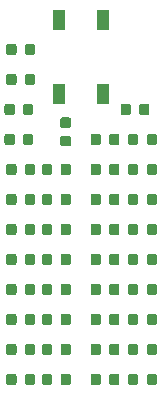
<source format=gbr>
G04 #@! TF.GenerationSoftware,KiCad,Pcbnew,(5.0.0)*
G04 #@! TF.CreationDate,2019-11-08T16:30:22-06:00*
G04 #@! TF.ProjectId,BlueMicro_LED_tester,426C75654D6963726F5F4C45445F7465,rev?*
G04 #@! TF.SameCoordinates,Original*
G04 #@! TF.FileFunction,Paste,Top*
G04 #@! TF.FilePolarity,Positive*
%FSLAX46Y46*%
G04 Gerber Fmt 4.6, Leading zero omitted, Abs format (unit mm)*
G04 Created by KiCad (PCBNEW (5.0.0)) date 11/08/19 16:30:22*
%MOMM*%
%LPD*%
G01*
G04 APERTURE LIST*
%ADD10R,1.100000X1.800000*%
%ADD11C,0.100000*%
%ADD12C,0.875000*%
G04 APERTURE END LIST*
D10*
G04 #@! TO.C,SW1*
X108005000Y-76125000D03*
X108005000Y-69925000D03*
X111705000Y-76125000D03*
X111705000Y-69925000D03*
G04 #@! TD*
D11*
G04 #@! TO.C,D1*
G36*
X113905192Y-76996053D02*
X113926427Y-76999203D01*
X113947251Y-77004419D01*
X113967463Y-77011651D01*
X113986869Y-77020830D01*
X114005282Y-77031866D01*
X114022525Y-77044654D01*
X114038431Y-77059070D01*
X114052847Y-77074976D01*
X114065635Y-77092219D01*
X114076671Y-77110632D01*
X114085850Y-77130038D01*
X114093082Y-77150250D01*
X114098298Y-77171074D01*
X114101448Y-77192309D01*
X114102501Y-77213750D01*
X114102501Y-77726250D01*
X114101448Y-77747691D01*
X114098298Y-77768926D01*
X114093082Y-77789750D01*
X114085850Y-77809962D01*
X114076671Y-77829368D01*
X114065635Y-77847781D01*
X114052847Y-77865024D01*
X114038431Y-77880930D01*
X114022525Y-77895346D01*
X114005282Y-77908134D01*
X113986869Y-77919170D01*
X113967463Y-77928349D01*
X113947251Y-77935581D01*
X113926427Y-77940797D01*
X113905192Y-77943947D01*
X113883751Y-77945000D01*
X113446251Y-77945000D01*
X113424810Y-77943947D01*
X113403575Y-77940797D01*
X113382751Y-77935581D01*
X113362539Y-77928349D01*
X113343133Y-77919170D01*
X113324720Y-77908134D01*
X113307477Y-77895346D01*
X113291571Y-77880930D01*
X113277155Y-77865024D01*
X113264367Y-77847781D01*
X113253331Y-77829368D01*
X113244152Y-77809962D01*
X113236920Y-77789750D01*
X113231704Y-77768926D01*
X113228554Y-77747691D01*
X113227501Y-77726250D01*
X113227501Y-77213750D01*
X113228554Y-77192309D01*
X113231704Y-77171074D01*
X113236920Y-77150250D01*
X113244152Y-77130038D01*
X113253331Y-77110632D01*
X113264367Y-77092219D01*
X113277155Y-77074976D01*
X113291571Y-77059070D01*
X113307477Y-77044654D01*
X113324720Y-77031866D01*
X113343133Y-77020830D01*
X113362539Y-77011651D01*
X113382751Y-77004419D01*
X113403575Y-76999203D01*
X113424810Y-76996053D01*
X113446251Y-76995000D01*
X113883751Y-76995000D01*
X113905192Y-76996053D01*
X113905192Y-76996053D01*
G37*
D12*
X113665001Y-77470000D03*
D11*
G36*
X115480192Y-76996053D02*
X115501427Y-76999203D01*
X115522251Y-77004419D01*
X115542463Y-77011651D01*
X115561869Y-77020830D01*
X115580282Y-77031866D01*
X115597525Y-77044654D01*
X115613431Y-77059070D01*
X115627847Y-77074976D01*
X115640635Y-77092219D01*
X115651671Y-77110632D01*
X115660850Y-77130038D01*
X115668082Y-77150250D01*
X115673298Y-77171074D01*
X115676448Y-77192309D01*
X115677501Y-77213750D01*
X115677501Y-77726250D01*
X115676448Y-77747691D01*
X115673298Y-77768926D01*
X115668082Y-77789750D01*
X115660850Y-77809962D01*
X115651671Y-77829368D01*
X115640635Y-77847781D01*
X115627847Y-77865024D01*
X115613431Y-77880930D01*
X115597525Y-77895346D01*
X115580282Y-77908134D01*
X115561869Y-77919170D01*
X115542463Y-77928349D01*
X115522251Y-77935581D01*
X115501427Y-77940797D01*
X115480192Y-77943947D01*
X115458751Y-77945000D01*
X115021251Y-77945000D01*
X114999810Y-77943947D01*
X114978575Y-77940797D01*
X114957751Y-77935581D01*
X114937539Y-77928349D01*
X114918133Y-77919170D01*
X114899720Y-77908134D01*
X114882477Y-77895346D01*
X114866571Y-77880930D01*
X114852155Y-77865024D01*
X114839367Y-77847781D01*
X114828331Y-77829368D01*
X114819152Y-77809962D01*
X114811920Y-77789750D01*
X114806704Y-77768926D01*
X114803554Y-77747691D01*
X114802501Y-77726250D01*
X114802501Y-77213750D01*
X114803554Y-77192309D01*
X114806704Y-77171074D01*
X114811920Y-77150250D01*
X114819152Y-77130038D01*
X114828331Y-77110632D01*
X114839367Y-77092219D01*
X114852155Y-77074976D01*
X114866571Y-77059070D01*
X114882477Y-77044654D01*
X114899720Y-77031866D01*
X114918133Y-77020830D01*
X114937539Y-77011651D01*
X114957751Y-77004419D01*
X114978575Y-76999203D01*
X114999810Y-76996053D01*
X115021251Y-76995000D01*
X115458751Y-76995000D01*
X115480192Y-76996053D01*
X115480192Y-76996053D01*
G37*
D12*
X115240001Y-77470000D03*
G04 #@! TD*
D11*
G04 #@! TO.C,D2*
G36*
X105802691Y-71916053D02*
X105823926Y-71919203D01*
X105844750Y-71924419D01*
X105864962Y-71931651D01*
X105884368Y-71940830D01*
X105902781Y-71951866D01*
X105920024Y-71964654D01*
X105935930Y-71979070D01*
X105950346Y-71994976D01*
X105963134Y-72012219D01*
X105974170Y-72030632D01*
X105983349Y-72050038D01*
X105990581Y-72070250D01*
X105995797Y-72091074D01*
X105998947Y-72112309D01*
X106000000Y-72133750D01*
X106000000Y-72646250D01*
X105998947Y-72667691D01*
X105995797Y-72688926D01*
X105990581Y-72709750D01*
X105983349Y-72729962D01*
X105974170Y-72749368D01*
X105963134Y-72767781D01*
X105950346Y-72785024D01*
X105935930Y-72800930D01*
X105920024Y-72815346D01*
X105902781Y-72828134D01*
X105884368Y-72839170D01*
X105864962Y-72848349D01*
X105844750Y-72855581D01*
X105823926Y-72860797D01*
X105802691Y-72863947D01*
X105781250Y-72865000D01*
X105343750Y-72865000D01*
X105322309Y-72863947D01*
X105301074Y-72860797D01*
X105280250Y-72855581D01*
X105260038Y-72848349D01*
X105240632Y-72839170D01*
X105222219Y-72828134D01*
X105204976Y-72815346D01*
X105189070Y-72800930D01*
X105174654Y-72785024D01*
X105161866Y-72767781D01*
X105150830Y-72749368D01*
X105141651Y-72729962D01*
X105134419Y-72709750D01*
X105129203Y-72688926D01*
X105126053Y-72667691D01*
X105125000Y-72646250D01*
X105125000Y-72133750D01*
X105126053Y-72112309D01*
X105129203Y-72091074D01*
X105134419Y-72070250D01*
X105141651Y-72050038D01*
X105150830Y-72030632D01*
X105161866Y-72012219D01*
X105174654Y-71994976D01*
X105189070Y-71979070D01*
X105204976Y-71964654D01*
X105222219Y-71951866D01*
X105240632Y-71940830D01*
X105260038Y-71931651D01*
X105280250Y-71924419D01*
X105301074Y-71919203D01*
X105322309Y-71916053D01*
X105343750Y-71915000D01*
X105781250Y-71915000D01*
X105802691Y-71916053D01*
X105802691Y-71916053D01*
G37*
D12*
X105562500Y-72390000D03*
D11*
G36*
X104227691Y-71916053D02*
X104248926Y-71919203D01*
X104269750Y-71924419D01*
X104289962Y-71931651D01*
X104309368Y-71940830D01*
X104327781Y-71951866D01*
X104345024Y-71964654D01*
X104360930Y-71979070D01*
X104375346Y-71994976D01*
X104388134Y-72012219D01*
X104399170Y-72030632D01*
X104408349Y-72050038D01*
X104415581Y-72070250D01*
X104420797Y-72091074D01*
X104423947Y-72112309D01*
X104425000Y-72133750D01*
X104425000Y-72646250D01*
X104423947Y-72667691D01*
X104420797Y-72688926D01*
X104415581Y-72709750D01*
X104408349Y-72729962D01*
X104399170Y-72749368D01*
X104388134Y-72767781D01*
X104375346Y-72785024D01*
X104360930Y-72800930D01*
X104345024Y-72815346D01*
X104327781Y-72828134D01*
X104309368Y-72839170D01*
X104289962Y-72848349D01*
X104269750Y-72855581D01*
X104248926Y-72860797D01*
X104227691Y-72863947D01*
X104206250Y-72865000D01*
X103768750Y-72865000D01*
X103747309Y-72863947D01*
X103726074Y-72860797D01*
X103705250Y-72855581D01*
X103685038Y-72848349D01*
X103665632Y-72839170D01*
X103647219Y-72828134D01*
X103629976Y-72815346D01*
X103614070Y-72800930D01*
X103599654Y-72785024D01*
X103586866Y-72767781D01*
X103575830Y-72749368D01*
X103566651Y-72729962D01*
X103559419Y-72709750D01*
X103554203Y-72688926D01*
X103551053Y-72667691D01*
X103550000Y-72646250D01*
X103550000Y-72133750D01*
X103551053Y-72112309D01*
X103554203Y-72091074D01*
X103559419Y-72070250D01*
X103566651Y-72050038D01*
X103575830Y-72030632D01*
X103586866Y-72012219D01*
X103599654Y-71994976D01*
X103614070Y-71979070D01*
X103629976Y-71964654D01*
X103647219Y-71951866D01*
X103665632Y-71940830D01*
X103685038Y-71931651D01*
X103705250Y-71924419D01*
X103726074Y-71919203D01*
X103747309Y-71916053D01*
X103768750Y-71915000D01*
X104206250Y-71915000D01*
X104227691Y-71916053D01*
X104227691Y-71916053D01*
G37*
D12*
X103987500Y-72390000D03*
G04 #@! TD*
D11*
G04 #@! TO.C,D3*
G36*
X104227691Y-74456053D02*
X104248926Y-74459203D01*
X104269750Y-74464419D01*
X104289962Y-74471651D01*
X104309368Y-74480830D01*
X104327781Y-74491866D01*
X104345024Y-74504654D01*
X104360930Y-74519070D01*
X104375346Y-74534976D01*
X104388134Y-74552219D01*
X104399170Y-74570632D01*
X104408349Y-74590038D01*
X104415581Y-74610250D01*
X104420797Y-74631074D01*
X104423947Y-74652309D01*
X104425000Y-74673750D01*
X104425000Y-75186250D01*
X104423947Y-75207691D01*
X104420797Y-75228926D01*
X104415581Y-75249750D01*
X104408349Y-75269962D01*
X104399170Y-75289368D01*
X104388134Y-75307781D01*
X104375346Y-75325024D01*
X104360930Y-75340930D01*
X104345024Y-75355346D01*
X104327781Y-75368134D01*
X104309368Y-75379170D01*
X104289962Y-75388349D01*
X104269750Y-75395581D01*
X104248926Y-75400797D01*
X104227691Y-75403947D01*
X104206250Y-75405000D01*
X103768750Y-75405000D01*
X103747309Y-75403947D01*
X103726074Y-75400797D01*
X103705250Y-75395581D01*
X103685038Y-75388349D01*
X103665632Y-75379170D01*
X103647219Y-75368134D01*
X103629976Y-75355346D01*
X103614070Y-75340930D01*
X103599654Y-75325024D01*
X103586866Y-75307781D01*
X103575830Y-75289368D01*
X103566651Y-75269962D01*
X103559419Y-75249750D01*
X103554203Y-75228926D01*
X103551053Y-75207691D01*
X103550000Y-75186250D01*
X103550000Y-74673750D01*
X103551053Y-74652309D01*
X103554203Y-74631074D01*
X103559419Y-74610250D01*
X103566651Y-74590038D01*
X103575830Y-74570632D01*
X103586866Y-74552219D01*
X103599654Y-74534976D01*
X103614070Y-74519070D01*
X103629976Y-74504654D01*
X103647219Y-74491866D01*
X103665632Y-74480830D01*
X103685038Y-74471651D01*
X103705250Y-74464419D01*
X103726074Y-74459203D01*
X103747309Y-74456053D01*
X103768750Y-74455000D01*
X104206250Y-74455000D01*
X104227691Y-74456053D01*
X104227691Y-74456053D01*
G37*
D12*
X103987500Y-74930000D03*
D11*
G36*
X105802691Y-74456053D02*
X105823926Y-74459203D01*
X105844750Y-74464419D01*
X105864962Y-74471651D01*
X105884368Y-74480830D01*
X105902781Y-74491866D01*
X105920024Y-74504654D01*
X105935930Y-74519070D01*
X105950346Y-74534976D01*
X105963134Y-74552219D01*
X105974170Y-74570632D01*
X105983349Y-74590038D01*
X105990581Y-74610250D01*
X105995797Y-74631074D01*
X105998947Y-74652309D01*
X106000000Y-74673750D01*
X106000000Y-75186250D01*
X105998947Y-75207691D01*
X105995797Y-75228926D01*
X105990581Y-75249750D01*
X105983349Y-75269962D01*
X105974170Y-75289368D01*
X105963134Y-75307781D01*
X105950346Y-75325024D01*
X105935930Y-75340930D01*
X105920024Y-75355346D01*
X105902781Y-75368134D01*
X105884368Y-75379170D01*
X105864962Y-75388349D01*
X105844750Y-75395581D01*
X105823926Y-75400797D01*
X105802691Y-75403947D01*
X105781250Y-75405000D01*
X105343750Y-75405000D01*
X105322309Y-75403947D01*
X105301074Y-75400797D01*
X105280250Y-75395581D01*
X105260038Y-75388349D01*
X105240632Y-75379170D01*
X105222219Y-75368134D01*
X105204976Y-75355346D01*
X105189070Y-75340930D01*
X105174654Y-75325024D01*
X105161866Y-75307781D01*
X105150830Y-75289368D01*
X105141651Y-75269962D01*
X105134419Y-75249750D01*
X105129203Y-75228926D01*
X105126053Y-75207691D01*
X105125000Y-75186250D01*
X105125000Y-74673750D01*
X105126053Y-74652309D01*
X105129203Y-74631074D01*
X105134419Y-74610250D01*
X105141651Y-74590038D01*
X105150830Y-74570632D01*
X105161866Y-74552219D01*
X105174654Y-74534976D01*
X105189070Y-74519070D01*
X105204976Y-74504654D01*
X105222219Y-74491866D01*
X105240632Y-74480830D01*
X105260038Y-74471651D01*
X105280250Y-74464419D01*
X105301074Y-74459203D01*
X105322309Y-74456053D01*
X105343750Y-74455000D01*
X105781250Y-74455000D01*
X105802691Y-74456053D01*
X105802691Y-74456053D01*
G37*
D12*
X105562500Y-74930000D03*
G04 #@! TD*
D11*
G04 #@! TO.C,D4*
G36*
X105802691Y-82076053D02*
X105823926Y-82079203D01*
X105844750Y-82084419D01*
X105864962Y-82091651D01*
X105884368Y-82100830D01*
X105902781Y-82111866D01*
X105920024Y-82124654D01*
X105935930Y-82139070D01*
X105950346Y-82154976D01*
X105963134Y-82172219D01*
X105974170Y-82190632D01*
X105983349Y-82210038D01*
X105990581Y-82230250D01*
X105995797Y-82251074D01*
X105998947Y-82272309D01*
X106000000Y-82293750D01*
X106000000Y-82806250D01*
X105998947Y-82827691D01*
X105995797Y-82848926D01*
X105990581Y-82869750D01*
X105983349Y-82889962D01*
X105974170Y-82909368D01*
X105963134Y-82927781D01*
X105950346Y-82945024D01*
X105935930Y-82960930D01*
X105920024Y-82975346D01*
X105902781Y-82988134D01*
X105884368Y-82999170D01*
X105864962Y-83008349D01*
X105844750Y-83015581D01*
X105823926Y-83020797D01*
X105802691Y-83023947D01*
X105781250Y-83025000D01*
X105343750Y-83025000D01*
X105322309Y-83023947D01*
X105301074Y-83020797D01*
X105280250Y-83015581D01*
X105260038Y-83008349D01*
X105240632Y-82999170D01*
X105222219Y-82988134D01*
X105204976Y-82975346D01*
X105189070Y-82960930D01*
X105174654Y-82945024D01*
X105161866Y-82927781D01*
X105150830Y-82909368D01*
X105141651Y-82889962D01*
X105134419Y-82869750D01*
X105129203Y-82848926D01*
X105126053Y-82827691D01*
X105125000Y-82806250D01*
X105125000Y-82293750D01*
X105126053Y-82272309D01*
X105129203Y-82251074D01*
X105134419Y-82230250D01*
X105141651Y-82210038D01*
X105150830Y-82190632D01*
X105161866Y-82172219D01*
X105174654Y-82154976D01*
X105189070Y-82139070D01*
X105204976Y-82124654D01*
X105222219Y-82111866D01*
X105240632Y-82100830D01*
X105260038Y-82091651D01*
X105280250Y-82084419D01*
X105301074Y-82079203D01*
X105322309Y-82076053D01*
X105343750Y-82075000D01*
X105781250Y-82075000D01*
X105802691Y-82076053D01*
X105802691Y-82076053D01*
G37*
D12*
X105562500Y-82550000D03*
D11*
G36*
X104227691Y-82076053D02*
X104248926Y-82079203D01*
X104269750Y-82084419D01*
X104289962Y-82091651D01*
X104309368Y-82100830D01*
X104327781Y-82111866D01*
X104345024Y-82124654D01*
X104360930Y-82139070D01*
X104375346Y-82154976D01*
X104388134Y-82172219D01*
X104399170Y-82190632D01*
X104408349Y-82210038D01*
X104415581Y-82230250D01*
X104420797Y-82251074D01*
X104423947Y-82272309D01*
X104425000Y-82293750D01*
X104425000Y-82806250D01*
X104423947Y-82827691D01*
X104420797Y-82848926D01*
X104415581Y-82869750D01*
X104408349Y-82889962D01*
X104399170Y-82909368D01*
X104388134Y-82927781D01*
X104375346Y-82945024D01*
X104360930Y-82960930D01*
X104345024Y-82975346D01*
X104327781Y-82988134D01*
X104309368Y-82999170D01*
X104289962Y-83008349D01*
X104269750Y-83015581D01*
X104248926Y-83020797D01*
X104227691Y-83023947D01*
X104206250Y-83025000D01*
X103768750Y-83025000D01*
X103747309Y-83023947D01*
X103726074Y-83020797D01*
X103705250Y-83015581D01*
X103685038Y-83008349D01*
X103665632Y-82999170D01*
X103647219Y-82988134D01*
X103629976Y-82975346D01*
X103614070Y-82960930D01*
X103599654Y-82945024D01*
X103586866Y-82927781D01*
X103575830Y-82909368D01*
X103566651Y-82889962D01*
X103559419Y-82869750D01*
X103554203Y-82848926D01*
X103551053Y-82827691D01*
X103550000Y-82806250D01*
X103550000Y-82293750D01*
X103551053Y-82272309D01*
X103554203Y-82251074D01*
X103559419Y-82230250D01*
X103566651Y-82210038D01*
X103575830Y-82190632D01*
X103586866Y-82172219D01*
X103599654Y-82154976D01*
X103614070Y-82139070D01*
X103629976Y-82124654D01*
X103647219Y-82111866D01*
X103665632Y-82100830D01*
X103685038Y-82091651D01*
X103705250Y-82084419D01*
X103726074Y-82079203D01*
X103747309Y-82076053D01*
X103768750Y-82075000D01*
X104206250Y-82075000D01*
X104227691Y-82076053D01*
X104227691Y-82076053D01*
G37*
D12*
X103987500Y-82550000D03*
G04 #@! TD*
D11*
G04 #@! TO.C,D5*
G36*
X104227691Y-84616053D02*
X104248926Y-84619203D01*
X104269750Y-84624419D01*
X104289962Y-84631651D01*
X104309368Y-84640830D01*
X104327781Y-84651866D01*
X104345024Y-84664654D01*
X104360930Y-84679070D01*
X104375346Y-84694976D01*
X104388134Y-84712219D01*
X104399170Y-84730632D01*
X104408349Y-84750038D01*
X104415581Y-84770250D01*
X104420797Y-84791074D01*
X104423947Y-84812309D01*
X104425000Y-84833750D01*
X104425000Y-85346250D01*
X104423947Y-85367691D01*
X104420797Y-85388926D01*
X104415581Y-85409750D01*
X104408349Y-85429962D01*
X104399170Y-85449368D01*
X104388134Y-85467781D01*
X104375346Y-85485024D01*
X104360930Y-85500930D01*
X104345024Y-85515346D01*
X104327781Y-85528134D01*
X104309368Y-85539170D01*
X104289962Y-85548349D01*
X104269750Y-85555581D01*
X104248926Y-85560797D01*
X104227691Y-85563947D01*
X104206250Y-85565000D01*
X103768750Y-85565000D01*
X103747309Y-85563947D01*
X103726074Y-85560797D01*
X103705250Y-85555581D01*
X103685038Y-85548349D01*
X103665632Y-85539170D01*
X103647219Y-85528134D01*
X103629976Y-85515346D01*
X103614070Y-85500930D01*
X103599654Y-85485024D01*
X103586866Y-85467781D01*
X103575830Y-85449368D01*
X103566651Y-85429962D01*
X103559419Y-85409750D01*
X103554203Y-85388926D01*
X103551053Y-85367691D01*
X103550000Y-85346250D01*
X103550000Y-84833750D01*
X103551053Y-84812309D01*
X103554203Y-84791074D01*
X103559419Y-84770250D01*
X103566651Y-84750038D01*
X103575830Y-84730632D01*
X103586866Y-84712219D01*
X103599654Y-84694976D01*
X103614070Y-84679070D01*
X103629976Y-84664654D01*
X103647219Y-84651866D01*
X103665632Y-84640830D01*
X103685038Y-84631651D01*
X103705250Y-84624419D01*
X103726074Y-84619203D01*
X103747309Y-84616053D01*
X103768750Y-84615000D01*
X104206250Y-84615000D01*
X104227691Y-84616053D01*
X104227691Y-84616053D01*
G37*
D12*
X103987500Y-85090000D03*
D11*
G36*
X105802691Y-84616053D02*
X105823926Y-84619203D01*
X105844750Y-84624419D01*
X105864962Y-84631651D01*
X105884368Y-84640830D01*
X105902781Y-84651866D01*
X105920024Y-84664654D01*
X105935930Y-84679070D01*
X105950346Y-84694976D01*
X105963134Y-84712219D01*
X105974170Y-84730632D01*
X105983349Y-84750038D01*
X105990581Y-84770250D01*
X105995797Y-84791074D01*
X105998947Y-84812309D01*
X106000000Y-84833750D01*
X106000000Y-85346250D01*
X105998947Y-85367691D01*
X105995797Y-85388926D01*
X105990581Y-85409750D01*
X105983349Y-85429962D01*
X105974170Y-85449368D01*
X105963134Y-85467781D01*
X105950346Y-85485024D01*
X105935930Y-85500930D01*
X105920024Y-85515346D01*
X105902781Y-85528134D01*
X105884368Y-85539170D01*
X105864962Y-85548349D01*
X105844750Y-85555581D01*
X105823926Y-85560797D01*
X105802691Y-85563947D01*
X105781250Y-85565000D01*
X105343750Y-85565000D01*
X105322309Y-85563947D01*
X105301074Y-85560797D01*
X105280250Y-85555581D01*
X105260038Y-85548349D01*
X105240632Y-85539170D01*
X105222219Y-85528134D01*
X105204976Y-85515346D01*
X105189070Y-85500930D01*
X105174654Y-85485024D01*
X105161866Y-85467781D01*
X105150830Y-85449368D01*
X105141651Y-85429962D01*
X105134419Y-85409750D01*
X105129203Y-85388926D01*
X105126053Y-85367691D01*
X105125000Y-85346250D01*
X105125000Y-84833750D01*
X105126053Y-84812309D01*
X105129203Y-84791074D01*
X105134419Y-84770250D01*
X105141651Y-84750038D01*
X105150830Y-84730632D01*
X105161866Y-84712219D01*
X105174654Y-84694976D01*
X105189070Y-84679070D01*
X105204976Y-84664654D01*
X105222219Y-84651866D01*
X105240632Y-84640830D01*
X105260038Y-84631651D01*
X105280250Y-84624419D01*
X105301074Y-84619203D01*
X105322309Y-84616053D01*
X105343750Y-84615000D01*
X105781250Y-84615000D01*
X105802691Y-84616053D01*
X105802691Y-84616053D01*
G37*
D12*
X105562500Y-85090000D03*
G04 #@! TD*
D11*
G04 #@! TO.C,D6*
G36*
X104227691Y-87156053D02*
X104248926Y-87159203D01*
X104269750Y-87164419D01*
X104289962Y-87171651D01*
X104309368Y-87180830D01*
X104327781Y-87191866D01*
X104345024Y-87204654D01*
X104360930Y-87219070D01*
X104375346Y-87234976D01*
X104388134Y-87252219D01*
X104399170Y-87270632D01*
X104408349Y-87290038D01*
X104415581Y-87310250D01*
X104420797Y-87331074D01*
X104423947Y-87352309D01*
X104425000Y-87373750D01*
X104425000Y-87886250D01*
X104423947Y-87907691D01*
X104420797Y-87928926D01*
X104415581Y-87949750D01*
X104408349Y-87969962D01*
X104399170Y-87989368D01*
X104388134Y-88007781D01*
X104375346Y-88025024D01*
X104360930Y-88040930D01*
X104345024Y-88055346D01*
X104327781Y-88068134D01*
X104309368Y-88079170D01*
X104289962Y-88088349D01*
X104269750Y-88095581D01*
X104248926Y-88100797D01*
X104227691Y-88103947D01*
X104206250Y-88105000D01*
X103768750Y-88105000D01*
X103747309Y-88103947D01*
X103726074Y-88100797D01*
X103705250Y-88095581D01*
X103685038Y-88088349D01*
X103665632Y-88079170D01*
X103647219Y-88068134D01*
X103629976Y-88055346D01*
X103614070Y-88040930D01*
X103599654Y-88025024D01*
X103586866Y-88007781D01*
X103575830Y-87989368D01*
X103566651Y-87969962D01*
X103559419Y-87949750D01*
X103554203Y-87928926D01*
X103551053Y-87907691D01*
X103550000Y-87886250D01*
X103550000Y-87373750D01*
X103551053Y-87352309D01*
X103554203Y-87331074D01*
X103559419Y-87310250D01*
X103566651Y-87290038D01*
X103575830Y-87270632D01*
X103586866Y-87252219D01*
X103599654Y-87234976D01*
X103614070Y-87219070D01*
X103629976Y-87204654D01*
X103647219Y-87191866D01*
X103665632Y-87180830D01*
X103685038Y-87171651D01*
X103705250Y-87164419D01*
X103726074Y-87159203D01*
X103747309Y-87156053D01*
X103768750Y-87155000D01*
X104206250Y-87155000D01*
X104227691Y-87156053D01*
X104227691Y-87156053D01*
G37*
D12*
X103987500Y-87630000D03*
D11*
G36*
X105802691Y-87156053D02*
X105823926Y-87159203D01*
X105844750Y-87164419D01*
X105864962Y-87171651D01*
X105884368Y-87180830D01*
X105902781Y-87191866D01*
X105920024Y-87204654D01*
X105935930Y-87219070D01*
X105950346Y-87234976D01*
X105963134Y-87252219D01*
X105974170Y-87270632D01*
X105983349Y-87290038D01*
X105990581Y-87310250D01*
X105995797Y-87331074D01*
X105998947Y-87352309D01*
X106000000Y-87373750D01*
X106000000Y-87886250D01*
X105998947Y-87907691D01*
X105995797Y-87928926D01*
X105990581Y-87949750D01*
X105983349Y-87969962D01*
X105974170Y-87989368D01*
X105963134Y-88007781D01*
X105950346Y-88025024D01*
X105935930Y-88040930D01*
X105920024Y-88055346D01*
X105902781Y-88068134D01*
X105884368Y-88079170D01*
X105864962Y-88088349D01*
X105844750Y-88095581D01*
X105823926Y-88100797D01*
X105802691Y-88103947D01*
X105781250Y-88105000D01*
X105343750Y-88105000D01*
X105322309Y-88103947D01*
X105301074Y-88100797D01*
X105280250Y-88095581D01*
X105260038Y-88088349D01*
X105240632Y-88079170D01*
X105222219Y-88068134D01*
X105204976Y-88055346D01*
X105189070Y-88040930D01*
X105174654Y-88025024D01*
X105161866Y-88007781D01*
X105150830Y-87989368D01*
X105141651Y-87969962D01*
X105134419Y-87949750D01*
X105129203Y-87928926D01*
X105126053Y-87907691D01*
X105125000Y-87886250D01*
X105125000Y-87373750D01*
X105126053Y-87352309D01*
X105129203Y-87331074D01*
X105134419Y-87310250D01*
X105141651Y-87290038D01*
X105150830Y-87270632D01*
X105161866Y-87252219D01*
X105174654Y-87234976D01*
X105189070Y-87219070D01*
X105204976Y-87204654D01*
X105222219Y-87191866D01*
X105240632Y-87180830D01*
X105260038Y-87171651D01*
X105280250Y-87164419D01*
X105301074Y-87159203D01*
X105322309Y-87156053D01*
X105343750Y-87155000D01*
X105781250Y-87155000D01*
X105802691Y-87156053D01*
X105802691Y-87156053D01*
G37*
D12*
X105562500Y-87630000D03*
G04 #@! TD*
D11*
G04 #@! TO.C,D7*
G36*
X105802691Y-89696053D02*
X105823926Y-89699203D01*
X105844750Y-89704419D01*
X105864962Y-89711651D01*
X105884368Y-89720830D01*
X105902781Y-89731866D01*
X105920024Y-89744654D01*
X105935930Y-89759070D01*
X105950346Y-89774976D01*
X105963134Y-89792219D01*
X105974170Y-89810632D01*
X105983349Y-89830038D01*
X105990581Y-89850250D01*
X105995797Y-89871074D01*
X105998947Y-89892309D01*
X106000000Y-89913750D01*
X106000000Y-90426250D01*
X105998947Y-90447691D01*
X105995797Y-90468926D01*
X105990581Y-90489750D01*
X105983349Y-90509962D01*
X105974170Y-90529368D01*
X105963134Y-90547781D01*
X105950346Y-90565024D01*
X105935930Y-90580930D01*
X105920024Y-90595346D01*
X105902781Y-90608134D01*
X105884368Y-90619170D01*
X105864962Y-90628349D01*
X105844750Y-90635581D01*
X105823926Y-90640797D01*
X105802691Y-90643947D01*
X105781250Y-90645000D01*
X105343750Y-90645000D01*
X105322309Y-90643947D01*
X105301074Y-90640797D01*
X105280250Y-90635581D01*
X105260038Y-90628349D01*
X105240632Y-90619170D01*
X105222219Y-90608134D01*
X105204976Y-90595346D01*
X105189070Y-90580930D01*
X105174654Y-90565024D01*
X105161866Y-90547781D01*
X105150830Y-90529368D01*
X105141651Y-90509962D01*
X105134419Y-90489750D01*
X105129203Y-90468926D01*
X105126053Y-90447691D01*
X105125000Y-90426250D01*
X105125000Y-89913750D01*
X105126053Y-89892309D01*
X105129203Y-89871074D01*
X105134419Y-89850250D01*
X105141651Y-89830038D01*
X105150830Y-89810632D01*
X105161866Y-89792219D01*
X105174654Y-89774976D01*
X105189070Y-89759070D01*
X105204976Y-89744654D01*
X105222219Y-89731866D01*
X105240632Y-89720830D01*
X105260038Y-89711651D01*
X105280250Y-89704419D01*
X105301074Y-89699203D01*
X105322309Y-89696053D01*
X105343750Y-89695000D01*
X105781250Y-89695000D01*
X105802691Y-89696053D01*
X105802691Y-89696053D01*
G37*
D12*
X105562500Y-90170000D03*
D11*
G36*
X104227691Y-89696053D02*
X104248926Y-89699203D01*
X104269750Y-89704419D01*
X104289962Y-89711651D01*
X104309368Y-89720830D01*
X104327781Y-89731866D01*
X104345024Y-89744654D01*
X104360930Y-89759070D01*
X104375346Y-89774976D01*
X104388134Y-89792219D01*
X104399170Y-89810632D01*
X104408349Y-89830038D01*
X104415581Y-89850250D01*
X104420797Y-89871074D01*
X104423947Y-89892309D01*
X104425000Y-89913750D01*
X104425000Y-90426250D01*
X104423947Y-90447691D01*
X104420797Y-90468926D01*
X104415581Y-90489750D01*
X104408349Y-90509962D01*
X104399170Y-90529368D01*
X104388134Y-90547781D01*
X104375346Y-90565024D01*
X104360930Y-90580930D01*
X104345024Y-90595346D01*
X104327781Y-90608134D01*
X104309368Y-90619170D01*
X104289962Y-90628349D01*
X104269750Y-90635581D01*
X104248926Y-90640797D01*
X104227691Y-90643947D01*
X104206250Y-90645000D01*
X103768750Y-90645000D01*
X103747309Y-90643947D01*
X103726074Y-90640797D01*
X103705250Y-90635581D01*
X103685038Y-90628349D01*
X103665632Y-90619170D01*
X103647219Y-90608134D01*
X103629976Y-90595346D01*
X103614070Y-90580930D01*
X103599654Y-90565024D01*
X103586866Y-90547781D01*
X103575830Y-90529368D01*
X103566651Y-90509962D01*
X103559419Y-90489750D01*
X103554203Y-90468926D01*
X103551053Y-90447691D01*
X103550000Y-90426250D01*
X103550000Y-89913750D01*
X103551053Y-89892309D01*
X103554203Y-89871074D01*
X103559419Y-89850250D01*
X103566651Y-89830038D01*
X103575830Y-89810632D01*
X103586866Y-89792219D01*
X103599654Y-89774976D01*
X103614070Y-89759070D01*
X103629976Y-89744654D01*
X103647219Y-89731866D01*
X103665632Y-89720830D01*
X103685038Y-89711651D01*
X103705250Y-89704419D01*
X103726074Y-89699203D01*
X103747309Y-89696053D01*
X103768750Y-89695000D01*
X104206250Y-89695000D01*
X104227691Y-89696053D01*
X104227691Y-89696053D01*
G37*
D12*
X103987500Y-90170000D03*
G04 #@! TD*
D11*
G04 #@! TO.C,D8*
G36*
X105802691Y-92236053D02*
X105823926Y-92239203D01*
X105844750Y-92244419D01*
X105864962Y-92251651D01*
X105884368Y-92260830D01*
X105902781Y-92271866D01*
X105920024Y-92284654D01*
X105935930Y-92299070D01*
X105950346Y-92314976D01*
X105963134Y-92332219D01*
X105974170Y-92350632D01*
X105983349Y-92370038D01*
X105990581Y-92390250D01*
X105995797Y-92411074D01*
X105998947Y-92432309D01*
X106000000Y-92453750D01*
X106000000Y-92966250D01*
X105998947Y-92987691D01*
X105995797Y-93008926D01*
X105990581Y-93029750D01*
X105983349Y-93049962D01*
X105974170Y-93069368D01*
X105963134Y-93087781D01*
X105950346Y-93105024D01*
X105935930Y-93120930D01*
X105920024Y-93135346D01*
X105902781Y-93148134D01*
X105884368Y-93159170D01*
X105864962Y-93168349D01*
X105844750Y-93175581D01*
X105823926Y-93180797D01*
X105802691Y-93183947D01*
X105781250Y-93185000D01*
X105343750Y-93185000D01*
X105322309Y-93183947D01*
X105301074Y-93180797D01*
X105280250Y-93175581D01*
X105260038Y-93168349D01*
X105240632Y-93159170D01*
X105222219Y-93148134D01*
X105204976Y-93135346D01*
X105189070Y-93120930D01*
X105174654Y-93105024D01*
X105161866Y-93087781D01*
X105150830Y-93069368D01*
X105141651Y-93049962D01*
X105134419Y-93029750D01*
X105129203Y-93008926D01*
X105126053Y-92987691D01*
X105125000Y-92966250D01*
X105125000Y-92453750D01*
X105126053Y-92432309D01*
X105129203Y-92411074D01*
X105134419Y-92390250D01*
X105141651Y-92370038D01*
X105150830Y-92350632D01*
X105161866Y-92332219D01*
X105174654Y-92314976D01*
X105189070Y-92299070D01*
X105204976Y-92284654D01*
X105222219Y-92271866D01*
X105240632Y-92260830D01*
X105260038Y-92251651D01*
X105280250Y-92244419D01*
X105301074Y-92239203D01*
X105322309Y-92236053D01*
X105343750Y-92235000D01*
X105781250Y-92235000D01*
X105802691Y-92236053D01*
X105802691Y-92236053D01*
G37*
D12*
X105562500Y-92710000D03*
D11*
G36*
X104227691Y-92236053D02*
X104248926Y-92239203D01*
X104269750Y-92244419D01*
X104289962Y-92251651D01*
X104309368Y-92260830D01*
X104327781Y-92271866D01*
X104345024Y-92284654D01*
X104360930Y-92299070D01*
X104375346Y-92314976D01*
X104388134Y-92332219D01*
X104399170Y-92350632D01*
X104408349Y-92370038D01*
X104415581Y-92390250D01*
X104420797Y-92411074D01*
X104423947Y-92432309D01*
X104425000Y-92453750D01*
X104425000Y-92966250D01*
X104423947Y-92987691D01*
X104420797Y-93008926D01*
X104415581Y-93029750D01*
X104408349Y-93049962D01*
X104399170Y-93069368D01*
X104388134Y-93087781D01*
X104375346Y-93105024D01*
X104360930Y-93120930D01*
X104345024Y-93135346D01*
X104327781Y-93148134D01*
X104309368Y-93159170D01*
X104289962Y-93168349D01*
X104269750Y-93175581D01*
X104248926Y-93180797D01*
X104227691Y-93183947D01*
X104206250Y-93185000D01*
X103768750Y-93185000D01*
X103747309Y-93183947D01*
X103726074Y-93180797D01*
X103705250Y-93175581D01*
X103685038Y-93168349D01*
X103665632Y-93159170D01*
X103647219Y-93148134D01*
X103629976Y-93135346D01*
X103614070Y-93120930D01*
X103599654Y-93105024D01*
X103586866Y-93087781D01*
X103575830Y-93069368D01*
X103566651Y-93049962D01*
X103559419Y-93029750D01*
X103554203Y-93008926D01*
X103551053Y-92987691D01*
X103550000Y-92966250D01*
X103550000Y-92453750D01*
X103551053Y-92432309D01*
X103554203Y-92411074D01*
X103559419Y-92390250D01*
X103566651Y-92370038D01*
X103575830Y-92350632D01*
X103586866Y-92332219D01*
X103599654Y-92314976D01*
X103614070Y-92299070D01*
X103629976Y-92284654D01*
X103647219Y-92271866D01*
X103665632Y-92260830D01*
X103685038Y-92251651D01*
X103705250Y-92244419D01*
X103726074Y-92239203D01*
X103747309Y-92236053D01*
X103768750Y-92235000D01*
X104206250Y-92235000D01*
X104227691Y-92236053D01*
X104227691Y-92236053D01*
G37*
D12*
X103987500Y-92710000D03*
G04 #@! TD*
D11*
G04 #@! TO.C,D9*
G36*
X105802691Y-94776053D02*
X105823926Y-94779203D01*
X105844750Y-94784419D01*
X105864962Y-94791651D01*
X105884368Y-94800830D01*
X105902781Y-94811866D01*
X105920024Y-94824654D01*
X105935930Y-94839070D01*
X105950346Y-94854976D01*
X105963134Y-94872219D01*
X105974170Y-94890632D01*
X105983349Y-94910038D01*
X105990581Y-94930250D01*
X105995797Y-94951074D01*
X105998947Y-94972309D01*
X106000000Y-94993750D01*
X106000000Y-95506250D01*
X105998947Y-95527691D01*
X105995797Y-95548926D01*
X105990581Y-95569750D01*
X105983349Y-95589962D01*
X105974170Y-95609368D01*
X105963134Y-95627781D01*
X105950346Y-95645024D01*
X105935930Y-95660930D01*
X105920024Y-95675346D01*
X105902781Y-95688134D01*
X105884368Y-95699170D01*
X105864962Y-95708349D01*
X105844750Y-95715581D01*
X105823926Y-95720797D01*
X105802691Y-95723947D01*
X105781250Y-95725000D01*
X105343750Y-95725000D01*
X105322309Y-95723947D01*
X105301074Y-95720797D01*
X105280250Y-95715581D01*
X105260038Y-95708349D01*
X105240632Y-95699170D01*
X105222219Y-95688134D01*
X105204976Y-95675346D01*
X105189070Y-95660930D01*
X105174654Y-95645024D01*
X105161866Y-95627781D01*
X105150830Y-95609368D01*
X105141651Y-95589962D01*
X105134419Y-95569750D01*
X105129203Y-95548926D01*
X105126053Y-95527691D01*
X105125000Y-95506250D01*
X105125000Y-94993750D01*
X105126053Y-94972309D01*
X105129203Y-94951074D01*
X105134419Y-94930250D01*
X105141651Y-94910038D01*
X105150830Y-94890632D01*
X105161866Y-94872219D01*
X105174654Y-94854976D01*
X105189070Y-94839070D01*
X105204976Y-94824654D01*
X105222219Y-94811866D01*
X105240632Y-94800830D01*
X105260038Y-94791651D01*
X105280250Y-94784419D01*
X105301074Y-94779203D01*
X105322309Y-94776053D01*
X105343750Y-94775000D01*
X105781250Y-94775000D01*
X105802691Y-94776053D01*
X105802691Y-94776053D01*
G37*
D12*
X105562500Y-95250000D03*
D11*
G36*
X104227691Y-94776053D02*
X104248926Y-94779203D01*
X104269750Y-94784419D01*
X104289962Y-94791651D01*
X104309368Y-94800830D01*
X104327781Y-94811866D01*
X104345024Y-94824654D01*
X104360930Y-94839070D01*
X104375346Y-94854976D01*
X104388134Y-94872219D01*
X104399170Y-94890632D01*
X104408349Y-94910038D01*
X104415581Y-94930250D01*
X104420797Y-94951074D01*
X104423947Y-94972309D01*
X104425000Y-94993750D01*
X104425000Y-95506250D01*
X104423947Y-95527691D01*
X104420797Y-95548926D01*
X104415581Y-95569750D01*
X104408349Y-95589962D01*
X104399170Y-95609368D01*
X104388134Y-95627781D01*
X104375346Y-95645024D01*
X104360930Y-95660930D01*
X104345024Y-95675346D01*
X104327781Y-95688134D01*
X104309368Y-95699170D01*
X104289962Y-95708349D01*
X104269750Y-95715581D01*
X104248926Y-95720797D01*
X104227691Y-95723947D01*
X104206250Y-95725000D01*
X103768750Y-95725000D01*
X103747309Y-95723947D01*
X103726074Y-95720797D01*
X103705250Y-95715581D01*
X103685038Y-95708349D01*
X103665632Y-95699170D01*
X103647219Y-95688134D01*
X103629976Y-95675346D01*
X103614070Y-95660930D01*
X103599654Y-95645024D01*
X103586866Y-95627781D01*
X103575830Y-95609368D01*
X103566651Y-95589962D01*
X103559419Y-95569750D01*
X103554203Y-95548926D01*
X103551053Y-95527691D01*
X103550000Y-95506250D01*
X103550000Y-94993750D01*
X103551053Y-94972309D01*
X103554203Y-94951074D01*
X103559419Y-94930250D01*
X103566651Y-94910038D01*
X103575830Y-94890632D01*
X103586866Y-94872219D01*
X103599654Y-94854976D01*
X103614070Y-94839070D01*
X103629976Y-94824654D01*
X103647219Y-94811866D01*
X103665632Y-94800830D01*
X103685038Y-94791651D01*
X103705250Y-94784419D01*
X103726074Y-94779203D01*
X103747309Y-94776053D01*
X103768750Y-94775000D01*
X104206250Y-94775000D01*
X104227691Y-94776053D01*
X104227691Y-94776053D01*
G37*
D12*
X103987500Y-95250000D03*
G04 #@! TD*
D11*
G04 #@! TO.C,D10*
G36*
X104227691Y-97316053D02*
X104248926Y-97319203D01*
X104269750Y-97324419D01*
X104289962Y-97331651D01*
X104309368Y-97340830D01*
X104327781Y-97351866D01*
X104345024Y-97364654D01*
X104360930Y-97379070D01*
X104375346Y-97394976D01*
X104388134Y-97412219D01*
X104399170Y-97430632D01*
X104408349Y-97450038D01*
X104415581Y-97470250D01*
X104420797Y-97491074D01*
X104423947Y-97512309D01*
X104425000Y-97533750D01*
X104425000Y-98046250D01*
X104423947Y-98067691D01*
X104420797Y-98088926D01*
X104415581Y-98109750D01*
X104408349Y-98129962D01*
X104399170Y-98149368D01*
X104388134Y-98167781D01*
X104375346Y-98185024D01*
X104360930Y-98200930D01*
X104345024Y-98215346D01*
X104327781Y-98228134D01*
X104309368Y-98239170D01*
X104289962Y-98248349D01*
X104269750Y-98255581D01*
X104248926Y-98260797D01*
X104227691Y-98263947D01*
X104206250Y-98265000D01*
X103768750Y-98265000D01*
X103747309Y-98263947D01*
X103726074Y-98260797D01*
X103705250Y-98255581D01*
X103685038Y-98248349D01*
X103665632Y-98239170D01*
X103647219Y-98228134D01*
X103629976Y-98215346D01*
X103614070Y-98200930D01*
X103599654Y-98185024D01*
X103586866Y-98167781D01*
X103575830Y-98149368D01*
X103566651Y-98129962D01*
X103559419Y-98109750D01*
X103554203Y-98088926D01*
X103551053Y-98067691D01*
X103550000Y-98046250D01*
X103550000Y-97533750D01*
X103551053Y-97512309D01*
X103554203Y-97491074D01*
X103559419Y-97470250D01*
X103566651Y-97450038D01*
X103575830Y-97430632D01*
X103586866Y-97412219D01*
X103599654Y-97394976D01*
X103614070Y-97379070D01*
X103629976Y-97364654D01*
X103647219Y-97351866D01*
X103665632Y-97340830D01*
X103685038Y-97331651D01*
X103705250Y-97324419D01*
X103726074Y-97319203D01*
X103747309Y-97316053D01*
X103768750Y-97315000D01*
X104206250Y-97315000D01*
X104227691Y-97316053D01*
X104227691Y-97316053D01*
G37*
D12*
X103987500Y-97790000D03*
D11*
G36*
X105802691Y-97316053D02*
X105823926Y-97319203D01*
X105844750Y-97324419D01*
X105864962Y-97331651D01*
X105884368Y-97340830D01*
X105902781Y-97351866D01*
X105920024Y-97364654D01*
X105935930Y-97379070D01*
X105950346Y-97394976D01*
X105963134Y-97412219D01*
X105974170Y-97430632D01*
X105983349Y-97450038D01*
X105990581Y-97470250D01*
X105995797Y-97491074D01*
X105998947Y-97512309D01*
X106000000Y-97533750D01*
X106000000Y-98046250D01*
X105998947Y-98067691D01*
X105995797Y-98088926D01*
X105990581Y-98109750D01*
X105983349Y-98129962D01*
X105974170Y-98149368D01*
X105963134Y-98167781D01*
X105950346Y-98185024D01*
X105935930Y-98200930D01*
X105920024Y-98215346D01*
X105902781Y-98228134D01*
X105884368Y-98239170D01*
X105864962Y-98248349D01*
X105844750Y-98255581D01*
X105823926Y-98260797D01*
X105802691Y-98263947D01*
X105781250Y-98265000D01*
X105343750Y-98265000D01*
X105322309Y-98263947D01*
X105301074Y-98260797D01*
X105280250Y-98255581D01*
X105260038Y-98248349D01*
X105240632Y-98239170D01*
X105222219Y-98228134D01*
X105204976Y-98215346D01*
X105189070Y-98200930D01*
X105174654Y-98185024D01*
X105161866Y-98167781D01*
X105150830Y-98149368D01*
X105141651Y-98129962D01*
X105134419Y-98109750D01*
X105129203Y-98088926D01*
X105126053Y-98067691D01*
X105125000Y-98046250D01*
X105125000Y-97533750D01*
X105126053Y-97512309D01*
X105129203Y-97491074D01*
X105134419Y-97470250D01*
X105141651Y-97450038D01*
X105150830Y-97430632D01*
X105161866Y-97412219D01*
X105174654Y-97394976D01*
X105189070Y-97379070D01*
X105204976Y-97364654D01*
X105222219Y-97351866D01*
X105240632Y-97340830D01*
X105260038Y-97331651D01*
X105280250Y-97324419D01*
X105301074Y-97319203D01*
X105322309Y-97316053D01*
X105343750Y-97315000D01*
X105781250Y-97315000D01*
X105802691Y-97316053D01*
X105802691Y-97316053D01*
G37*
D12*
X105562500Y-97790000D03*
G04 #@! TD*
D11*
G04 #@! TO.C,D11*
G36*
X104227691Y-99856053D02*
X104248926Y-99859203D01*
X104269750Y-99864419D01*
X104289962Y-99871651D01*
X104309368Y-99880830D01*
X104327781Y-99891866D01*
X104345024Y-99904654D01*
X104360930Y-99919070D01*
X104375346Y-99934976D01*
X104388134Y-99952219D01*
X104399170Y-99970632D01*
X104408349Y-99990038D01*
X104415581Y-100010250D01*
X104420797Y-100031074D01*
X104423947Y-100052309D01*
X104425000Y-100073750D01*
X104425000Y-100586250D01*
X104423947Y-100607691D01*
X104420797Y-100628926D01*
X104415581Y-100649750D01*
X104408349Y-100669962D01*
X104399170Y-100689368D01*
X104388134Y-100707781D01*
X104375346Y-100725024D01*
X104360930Y-100740930D01*
X104345024Y-100755346D01*
X104327781Y-100768134D01*
X104309368Y-100779170D01*
X104289962Y-100788349D01*
X104269750Y-100795581D01*
X104248926Y-100800797D01*
X104227691Y-100803947D01*
X104206250Y-100805000D01*
X103768750Y-100805000D01*
X103747309Y-100803947D01*
X103726074Y-100800797D01*
X103705250Y-100795581D01*
X103685038Y-100788349D01*
X103665632Y-100779170D01*
X103647219Y-100768134D01*
X103629976Y-100755346D01*
X103614070Y-100740930D01*
X103599654Y-100725024D01*
X103586866Y-100707781D01*
X103575830Y-100689368D01*
X103566651Y-100669962D01*
X103559419Y-100649750D01*
X103554203Y-100628926D01*
X103551053Y-100607691D01*
X103550000Y-100586250D01*
X103550000Y-100073750D01*
X103551053Y-100052309D01*
X103554203Y-100031074D01*
X103559419Y-100010250D01*
X103566651Y-99990038D01*
X103575830Y-99970632D01*
X103586866Y-99952219D01*
X103599654Y-99934976D01*
X103614070Y-99919070D01*
X103629976Y-99904654D01*
X103647219Y-99891866D01*
X103665632Y-99880830D01*
X103685038Y-99871651D01*
X103705250Y-99864419D01*
X103726074Y-99859203D01*
X103747309Y-99856053D01*
X103768750Y-99855000D01*
X104206250Y-99855000D01*
X104227691Y-99856053D01*
X104227691Y-99856053D01*
G37*
D12*
X103987500Y-100330000D03*
D11*
G36*
X105802691Y-99856053D02*
X105823926Y-99859203D01*
X105844750Y-99864419D01*
X105864962Y-99871651D01*
X105884368Y-99880830D01*
X105902781Y-99891866D01*
X105920024Y-99904654D01*
X105935930Y-99919070D01*
X105950346Y-99934976D01*
X105963134Y-99952219D01*
X105974170Y-99970632D01*
X105983349Y-99990038D01*
X105990581Y-100010250D01*
X105995797Y-100031074D01*
X105998947Y-100052309D01*
X106000000Y-100073750D01*
X106000000Y-100586250D01*
X105998947Y-100607691D01*
X105995797Y-100628926D01*
X105990581Y-100649750D01*
X105983349Y-100669962D01*
X105974170Y-100689368D01*
X105963134Y-100707781D01*
X105950346Y-100725024D01*
X105935930Y-100740930D01*
X105920024Y-100755346D01*
X105902781Y-100768134D01*
X105884368Y-100779170D01*
X105864962Y-100788349D01*
X105844750Y-100795581D01*
X105823926Y-100800797D01*
X105802691Y-100803947D01*
X105781250Y-100805000D01*
X105343750Y-100805000D01*
X105322309Y-100803947D01*
X105301074Y-100800797D01*
X105280250Y-100795581D01*
X105260038Y-100788349D01*
X105240632Y-100779170D01*
X105222219Y-100768134D01*
X105204976Y-100755346D01*
X105189070Y-100740930D01*
X105174654Y-100725024D01*
X105161866Y-100707781D01*
X105150830Y-100689368D01*
X105141651Y-100669962D01*
X105134419Y-100649750D01*
X105129203Y-100628926D01*
X105126053Y-100607691D01*
X105125000Y-100586250D01*
X105125000Y-100073750D01*
X105126053Y-100052309D01*
X105129203Y-100031074D01*
X105134419Y-100010250D01*
X105141651Y-99990038D01*
X105150830Y-99970632D01*
X105161866Y-99952219D01*
X105174654Y-99934976D01*
X105189070Y-99919070D01*
X105204976Y-99904654D01*
X105222219Y-99891866D01*
X105240632Y-99880830D01*
X105260038Y-99871651D01*
X105280250Y-99864419D01*
X105301074Y-99859203D01*
X105322309Y-99856053D01*
X105343750Y-99855000D01*
X105781250Y-99855000D01*
X105802691Y-99856053D01*
X105802691Y-99856053D01*
G37*
D12*
X105562500Y-100330000D03*
G04 #@! TD*
D11*
G04 #@! TO.C,D12*
G36*
X116115191Y-79536053D02*
X116136426Y-79539203D01*
X116157250Y-79544419D01*
X116177462Y-79551651D01*
X116196868Y-79560830D01*
X116215281Y-79571866D01*
X116232524Y-79584654D01*
X116248430Y-79599070D01*
X116262846Y-79614976D01*
X116275634Y-79632219D01*
X116286670Y-79650632D01*
X116295849Y-79670038D01*
X116303081Y-79690250D01*
X116308297Y-79711074D01*
X116311447Y-79732309D01*
X116312500Y-79753750D01*
X116312500Y-80266250D01*
X116311447Y-80287691D01*
X116308297Y-80308926D01*
X116303081Y-80329750D01*
X116295849Y-80349962D01*
X116286670Y-80369368D01*
X116275634Y-80387781D01*
X116262846Y-80405024D01*
X116248430Y-80420930D01*
X116232524Y-80435346D01*
X116215281Y-80448134D01*
X116196868Y-80459170D01*
X116177462Y-80468349D01*
X116157250Y-80475581D01*
X116136426Y-80480797D01*
X116115191Y-80483947D01*
X116093750Y-80485000D01*
X115656250Y-80485000D01*
X115634809Y-80483947D01*
X115613574Y-80480797D01*
X115592750Y-80475581D01*
X115572538Y-80468349D01*
X115553132Y-80459170D01*
X115534719Y-80448134D01*
X115517476Y-80435346D01*
X115501570Y-80420930D01*
X115487154Y-80405024D01*
X115474366Y-80387781D01*
X115463330Y-80369368D01*
X115454151Y-80349962D01*
X115446919Y-80329750D01*
X115441703Y-80308926D01*
X115438553Y-80287691D01*
X115437500Y-80266250D01*
X115437500Y-79753750D01*
X115438553Y-79732309D01*
X115441703Y-79711074D01*
X115446919Y-79690250D01*
X115454151Y-79670038D01*
X115463330Y-79650632D01*
X115474366Y-79632219D01*
X115487154Y-79614976D01*
X115501570Y-79599070D01*
X115517476Y-79584654D01*
X115534719Y-79571866D01*
X115553132Y-79560830D01*
X115572538Y-79551651D01*
X115592750Y-79544419D01*
X115613574Y-79539203D01*
X115634809Y-79536053D01*
X115656250Y-79535000D01*
X116093750Y-79535000D01*
X116115191Y-79536053D01*
X116115191Y-79536053D01*
G37*
D12*
X115875000Y-80010000D03*
D11*
G36*
X114540191Y-79536053D02*
X114561426Y-79539203D01*
X114582250Y-79544419D01*
X114602462Y-79551651D01*
X114621868Y-79560830D01*
X114640281Y-79571866D01*
X114657524Y-79584654D01*
X114673430Y-79599070D01*
X114687846Y-79614976D01*
X114700634Y-79632219D01*
X114711670Y-79650632D01*
X114720849Y-79670038D01*
X114728081Y-79690250D01*
X114733297Y-79711074D01*
X114736447Y-79732309D01*
X114737500Y-79753750D01*
X114737500Y-80266250D01*
X114736447Y-80287691D01*
X114733297Y-80308926D01*
X114728081Y-80329750D01*
X114720849Y-80349962D01*
X114711670Y-80369368D01*
X114700634Y-80387781D01*
X114687846Y-80405024D01*
X114673430Y-80420930D01*
X114657524Y-80435346D01*
X114640281Y-80448134D01*
X114621868Y-80459170D01*
X114602462Y-80468349D01*
X114582250Y-80475581D01*
X114561426Y-80480797D01*
X114540191Y-80483947D01*
X114518750Y-80485000D01*
X114081250Y-80485000D01*
X114059809Y-80483947D01*
X114038574Y-80480797D01*
X114017750Y-80475581D01*
X113997538Y-80468349D01*
X113978132Y-80459170D01*
X113959719Y-80448134D01*
X113942476Y-80435346D01*
X113926570Y-80420930D01*
X113912154Y-80405024D01*
X113899366Y-80387781D01*
X113888330Y-80369368D01*
X113879151Y-80349962D01*
X113871919Y-80329750D01*
X113866703Y-80308926D01*
X113863553Y-80287691D01*
X113862500Y-80266250D01*
X113862500Y-79753750D01*
X113863553Y-79732309D01*
X113866703Y-79711074D01*
X113871919Y-79690250D01*
X113879151Y-79670038D01*
X113888330Y-79650632D01*
X113899366Y-79632219D01*
X113912154Y-79614976D01*
X113926570Y-79599070D01*
X113942476Y-79584654D01*
X113959719Y-79571866D01*
X113978132Y-79560830D01*
X113997538Y-79551651D01*
X114017750Y-79544419D01*
X114038574Y-79539203D01*
X114059809Y-79536053D01*
X114081250Y-79535000D01*
X114518750Y-79535000D01*
X114540191Y-79536053D01*
X114540191Y-79536053D01*
G37*
D12*
X114300000Y-80010000D03*
G04 #@! TD*
D11*
G04 #@! TO.C,D13*
G36*
X114540191Y-82076053D02*
X114561426Y-82079203D01*
X114582250Y-82084419D01*
X114602462Y-82091651D01*
X114621868Y-82100830D01*
X114640281Y-82111866D01*
X114657524Y-82124654D01*
X114673430Y-82139070D01*
X114687846Y-82154976D01*
X114700634Y-82172219D01*
X114711670Y-82190632D01*
X114720849Y-82210038D01*
X114728081Y-82230250D01*
X114733297Y-82251074D01*
X114736447Y-82272309D01*
X114737500Y-82293750D01*
X114737500Y-82806250D01*
X114736447Y-82827691D01*
X114733297Y-82848926D01*
X114728081Y-82869750D01*
X114720849Y-82889962D01*
X114711670Y-82909368D01*
X114700634Y-82927781D01*
X114687846Y-82945024D01*
X114673430Y-82960930D01*
X114657524Y-82975346D01*
X114640281Y-82988134D01*
X114621868Y-82999170D01*
X114602462Y-83008349D01*
X114582250Y-83015581D01*
X114561426Y-83020797D01*
X114540191Y-83023947D01*
X114518750Y-83025000D01*
X114081250Y-83025000D01*
X114059809Y-83023947D01*
X114038574Y-83020797D01*
X114017750Y-83015581D01*
X113997538Y-83008349D01*
X113978132Y-82999170D01*
X113959719Y-82988134D01*
X113942476Y-82975346D01*
X113926570Y-82960930D01*
X113912154Y-82945024D01*
X113899366Y-82927781D01*
X113888330Y-82909368D01*
X113879151Y-82889962D01*
X113871919Y-82869750D01*
X113866703Y-82848926D01*
X113863553Y-82827691D01*
X113862500Y-82806250D01*
X113862500Y-82293750D01*
X113863553Y-82272309D01*
X113866703Y-82251074D01*
X113871919Y-82230250D01*
X113879151Y-82210038D01*
X113888330Y-82190632D01*
X113899366Y-82172219D01*
X113912154Y-82154976D01*
X113926570Y-82139070D01*
X113942476Y-82124654D01*
X113959719Y-82111866D01*
X113978132Y-82100830D01*
X113997538Y-82091651D01*
X114017750Y-82084419D01*
X114038574Y-82079203D01*
X114059809Y-82076053D01*
X114081250Y-82075000D01*
X114518750Y-82075000D01*
X114540191Y-82076053D01*
X114540191Y-82076053D01*
G37*
D12*
X114300000Y-82550000D03*
D11*
G36*
X116115191Y-82076053D02*
X116136426Y-82079203D01*
X116157250Y-82084419D01*
X116177462Y-82091651D01*
X116196868Y-82100830D01*
X116215281Y-82111866D01*
X116232524Y-82124654D01*
X116248430Y-82139070D01*
X116262846Y-82154976D01*
X116275634Y-82172219D01*
X116286670Y-82190632D01*
X116295849Y-82210038D01*
X116303081Y-82230250D01*
X116308297Y-82251074D01*
X116311447Y-82272309D01*
X116312500Y-82293750D01*
X116312500Y-82806250D01*
X116311447Y-82827691D01*
X116308297Y-82848926D01*
X116303081Y-82869750D01*
X116295849Y-82889962D01*
X116286670Y-82909368D01*
X116275634Y-82927781D01*
X116262846Y-82945024D01*
X116248430Y-82960930D01*
X116232524Y-82975346D01*
X116215281Y-82988134D01*
X116196868Y-82999170D01*
X116177462Y-83008349D01*
X116157250Y-83015581D01*
X116136426Y-83020797D01*
X116115191Y-83023947D01*
X116093750Y-83025000D01*
X115656250Y-83025000D01*
X115634809Y-83023947D01*
X115613574Y-83020797D01*
X115592750Y-83015581D01*
X115572538Y-83008349D01*
X115553132Y-82999170D01*
X115534719Y-82988134D01*
X115517476Y-82975346D01*
X115501570Y-82960930D01*
X115487154Y-82945024D01*
X115474366Y-82927781D01*
X115463330Y-82909368D01*
X115454151Y-82889962D01*
X115446919Y-82869750D01*
X115441703Y-82848926D01*
X115438553Y-82827691D01*
X115437500Y-82806250D01*
X115437500Y-82293750D01*
X115438553Y-82272309D01*
X115441703Y-82251074D01*
X115446919Y-82230250D01*
X115454151Y-82210038D01*
X115463330Y-82190632D01*
X115474366Y-82172219D01*
X115487154Y-82154976D01*
X115501570Y-82139070D01*
X115517476Y-82124654D01*
X115534719Y-82111866D01*
X115553132Y-82100830D01*
X115572538Y-82091651D01*
X115592750Y-82084419D01*
X115613574Y-82079203D01*
X115634809Y-82076053D01*
X115656250Y-82075000D01*
X116093750Y-82075000D01*
X116115191Y-82076053D01*
X116115191Y-82076053D01*
G37*
D12*
X115875000Y-82550000D03*
G04 #@! TD*
D11*
G04 #@! TO.C,D14*
G36*
X116115191Y-84616053D02*
X116136426Y-84619203D01*
X116157250Y-84624419D01*
X116177462Y-84631651D01*
X116196868Y-84640830D01*
X116215281Y-84651866D01*
X116232524Y-84664654D01*
X116248430Y-84679070D01*
X116262846Y-84694976D01*
X116275634Y-84712219D01*
X116286670Y-84730632D01*
X116295849Y-84750038D01*
X116303081Y-84770250D01*
X116308297Y-84791074D01*
X116311447Y-84812309D01*
X116312500Y-84833750D01*
X116312500Y-85346250D01*
X116311447Y-85367691D01*
X116308297Y-85388926D01*
X116303081Y-85409750D01*
X116295849Y-85429962D01*
X116286670Y-85449368D01*
X116275634Y-85467781D01*
X116262846Y-85485024D01*
X116248430Y-85500930D01*
X116232524Y-85515346D01*
X116215281Y-85528134D01*
X116196868Y-85539170D01*
X116177462Y-85548349D01*
X116157250Y-85555581D01*
X116136426Y-85560797D01*
X116115191Y-85563947D01*
X116093750Y-85565000D01*
X115656250Y-85565000D01*
X115634809Y-85563947D01*
X115613574Y-85560797D01*
X115592750Y-85555581D01*
X115572538Y-85548349D01*
X115553132Y-85539170D01*
X115534719Y-85528134D01*
X115517476Y-85515346D01*
X115501570Y-85500930D01*
X115487154Y-85485024D01*
X115474366Y-85467781D01*
X115463330Y-85449368D01*
X115454151Y-85429962D01*
X115446919Y-85409750D01*
X115441703Y-85388926D01*
X115438553Y-85367691D01*
X115437500Y-85346250D01*
X115437500Y-84833750D01*
X115438553Y-84812309D01*
X115441703Y-84791074D01*
X115446919Y-84770250D01*
X115454151Y-84750038D01*
X115463330Y-84730632D01*
X115474366Y-84712219D01*
X115487154Y-84694976D01*
X115501570Y-84679070D01*
X115517476Y-84664654D01*
X115534719Y-84651866D01*
X115553132Y-84640830D01*
X115572538Y-84631651D01*
X115592750Y-84624419D01*
X115613574Y-84619203D01*
X115634809Y-84616053D01*
X115656250Y-84615000D01*
X116093750Y-84615000D01*
X116115191Y-84616053D01*
X116115191Y-84616053D01*
G37*
D12*
X115875000Y-85090000D03*
D11*
G36*
X114540191Y-84616053D02*
X114561426Y-84619203D01*
X114582250Y-84624419D01*
X114602462Y-84631651D01*
X114621868Y-84640830D01*
X114640281Y-84651866D01*
X114657524Y-84664654D01*
X114673430Y-84679070D01*
X114687846Y-84694976D01*
X114700634Y-84712219D01*
X114711670Y-84730632D01*
X114720849Y-84750038D01*
X114728081Y-84770250D01*
X114733297Y-84791074D01*
X114736447Y-84812309D01*
X114737500Y-84833750D01*
X114737500Y-85346250D01*
X114736447Y-85367691D01*
X114733297Y-85388926D01*
X114728081Y-85409750D01*
X114720849Y-85429962D01*
X114711670Y-85449368D01*
X114700634Y-85467781D01*
X114687846Y-85485024D01*
X114673430Y-85500930D01*
X114657524Y-85515346D01*
X114640281Y-85528134D01*
X114621868Y-85539170D01*
X114602462Y-85548349D01*
X114582250Y-85555581D01*
X114561426Y-85560797D01*
X114540191Y-85563947D01*
X114518750Y-85565000D01*
X114081250Y-85565000D01*
X114059809Y-85563947D01*
X114038574Y-85560797D01*
X114017750Y-85555581D01*
X113997538Y-85548349D01*
X113978132Y-85539170D01*
X113959719Y-85528134D01*
X113942476Y-85515346D01*
X113926570Y-85500930D01*
X113912154Y-85485024D01*
X113899366Y-85467781D01*
X113888330Y-85449368D01*
X113879151Y-85429962D01*
X113871919Y-85409750D01*
X113866703Y-85388926D01*
X113863553Y-85367691D01*
X113862500Y-85346250D01*
X113862500Y-84833750D01*
X113863553Y-84812309D01*
X113866703Y-84791074D01*
X113871919Y-84770250D01*
X113879151Y-84750038D01*
X113888330Y-84730632D01*
X113899366Y-84712219D01*
X113912154Y-84694976D01*
X113926570Y-84679070D01*
X113942476Y-84664654D01*
X113959719Y-84651866D01*
X113978132Y-84640830D01*
X113997538Y-84631651D01*
X114017750Y-84624419D01*
X114038574Y-84619203D01*
X114059809Y-84616053D01*
X114081250Y-84615000D01*
X114518750Y-84615000D01*
X114540191Y-84616053D01*
X114540191Y-84616053D01*
G37*
D12*
X114300000Y-85090000D03*
G04 #@! TD*
D11*
G04 #@! TO.C,D15*
G36*
X114540191Y-87156053D02*
X114561426Y-87159203D01*
X114582250Y-87164419D01*
X114602462Y-87171651D01*
X114621868Y-87180830D01*
X114640281Y-87191866D01*
X114657524Y-87204654D01*
X114673430Y-87219070D01*
X114687846Y-87234976D01*
X114700634Y-87252219D01*
X114711670Y-87270632D01*
X114720849Y-87290038D01*
X114728081Y-87310250D01*
X114733297Y-87331074D01*
X114736447Y-87352309D01*
X114737500Y-87373750D01*
X114737500Y-87886250D01*
X114736447Y-87907691D01*
X114733297Y-87928926D01*
X114728081Y-87949750D01*
X114720849Y-87969962D01*
X114711670Y-87989368D01*
X114700634Y-88007781D01*
X114687846Y-88025024D01*
X114673430Y-88040930D01*
X114657524Y-88055346D01*
X114640281Y-88068134D01*
X114621868Y-88079170D01*
X114602462Y-88088349D01*
X114582250Y-88095581D01*
X114561426Y-88100797D01*
X114540191Y-88103947D01*
X114518750Y-88105000D01*
X114081250Y-88105000D01*
X114059809Y-88103947D01*
X114038574Y-88100797D01*
X114017750Y-88095581D01*
X113997538Y-88088349D01*
X113978132Y-88079170D01*
X113959719Y-88068134D01*
X113942476Y-88055346D01*
X113926570Y-88040930D01*
X113912154Y-88025024D01*
X113899366Y-88007781D01*
X113888330Y-87989368D01*
X113879151Y-87969962D01*
X113871919Y-87949750D01*
X113866703Y-87928926D01*
X113863553Y-87907691D01*
X113862500Y-87886250D01*
X113862500Y-87373750D01*
X113863553Y-87352309D01*
X113866703Y-87331074D01*
X113871919Y-87310250D01*
X113879151Y-87290038D01*
X113888330Y-87270632D01*
X113899366Y-87252219D01*
X113912154Y-87234976D01*
X113926570Y-87219070D01*
X113942476Y-87204654D01*
X113959719Y-87191866D01*
X113978132Y-87180830D01*
X113997538Y-87171651D01*
X114017750Y-87164419D01*
X114038574Y-87159203D01*
X114059809Y-87156053D01*
X114081250Y-87155000D01*
X114518750Y-87155000D01*
X114540191Y-87156053D01*
X114540191Y-87156053D01*
G37*
D12*
X114300000Y-87630000D03*
D11*
G36*
X116115191Y-87156053D02*
X116136426Y-87159203D01*
X116157250Y-87164419D01*
X116177462Y-87171651D01*
X116196868Y-87180830D01*
X116215281Y-87191866D01*
X116232524Y-87204654D01*
X116248430Y-87219070D01*
X116262846Y-87234976D01*
X116275634Y-87252219D01*
X116286670Y-87270632D01*
X116295849Y-87290038D01*
X116303081Y-87310250D01*
X116308297Y-87331074D01*
X116311447Y-87352309D01*
X116312500Y-87373750D01*
X116312500Y-87886250D01*
X116311447Y-87907691D01*
X116308297Y-87928926D01*
X116303081Y-87949750D01*
X116295849Y-87969962D01*
X116286670Y-87989368D01*
X116275634Y-88007781D01*
X116262846Y-88025024D01*
X116248430Y-88040930D01*
X116232524Y-88055346D01*
X116215281Y-88068134D01*
X116196868Y-88079170D01*
X116177462Y-88088349D01*
X116157250Y-88095581D01*
X116136426Y-88100797D01*
X116115191Y-88103947D01*
X116093750Y-88105000D01*
X115656250Y-88105000D01*
X115634809Y-88103947D01*
X115613574Y-88100797D01*
X115592750Y-88095581D01*
X115572538Y-88088349D01*
X115553132Y-88079170D01*
X115534719Y-88068134D01*
X115517476Y-88055346D01*
X115501570Y-88040930D01*
X115487154Y-88025024D01*
X115474366Y-88007781D01*
X115463330Y-87989368D01*
X115454151Y-87969962D01*
X115446919Y-87949750D01*
X115441703Y-87928926D01*
X115438553Y-87907691D01*
X115437500Y-87886250D01*
X115437500Y-87373750D01*
X115438553Y-87352309D01*
X115441703Y-87331074D01*
X115446919Y-87310250D01*
X115454151Y-87290038D01*
X115463330Y-87270632D01*
X115474366Y-87252219D01*
X115487154Y-87234976D01*
X115501570Y-87219070D01*
X115517476Y-87204654D01*
X115534719Y-87191866D01*
X115553132Y-87180830D01*
X115572538Y-87171651D01*
X115592750Y-87164419D01*
X115613574Y-87159203D01*
X115634809Y-87156053D01*
X115656250Y-87155000D01*
X116093750Y-87155000D01*
X116115191Y-87156053D01*
X116115191Y-87156053D01*
G37*
D12*
X115875000Y-87630000D03*
G04 #@! TD*
D11*
G04 #@! TO.C,D16*
G36*
X116115191Y-89696053D02*
X116136426Y-89699203D01*
X116157250Y-89704419D01*
X116177462Y-89711651D01*
X116196868Y-89720830D01*
X116215281Y-89731866D01*
X116232524Y-89744654D01*
X116248430Y-89759070D01*
X116262846Y-89774976D01*
X116275634Y-89792219D01*
X116286670Y-89810632D01*
X116295849Y-89830038D01*
X116303081Y-89850250D01*
X116308297Y-89871074D01*
X116311447Y-89892309D01*
X116312500Y-89913750D01*
X116312500Y-90426250D01*
X116311447Y-90447691D01*
X116308297Y-90468926D01*
X116303081Y-90489750D01*
X116295849Y-90509962D01*
X116286670Y-90529368D01*
X116275634Y-90547781D01*
X116262846Y-90565024D01*
X116248430Y-90580930D01*
X116232524Y-90595346D01*
X116215281Y-90608134D01*
X116196868Y-90619170D01*
X116177462Y-90628349D01*
X116157250Y-90635581D01*
X116136426Y-90640797D01*
X116115191Y-90643947D01*
X116093750Y-90645000D01*
X115656250Y-90645000D01*
X115634809Y-90643947D01*
X115613574Y-90640797D01*
X115592750Y-90635581D01*
X115572538Y-90628349D01*
X115553132Y-90619170D01*
X115534719Y-90608134D01*
X115517476Y-90595346D01*
X115501570Y-90580930D01*
X115487154Y-90565024D01*
X115474366Y-90547781D01*
X115463330Y-90529368D01*
X115454151Y-90509962D01*
X115446919Y-90489750D01*
X115441703Y-90468926D01*
X115438553Y-90447691D01*
X115437500Y-90426250D01*
X115437500Y-89913750D01*
X115438553Y-89892309D01*
X115441703Y-89871074D01*
X115446919Y-89850250D01*
X115454151Y-89830038D01*
X115463330Y-89810632D01*
X115474366Y-89792219D01*
X115487154Y-89774976D01*
X115501570Y-89759070D01*
X115517476Y-89744654D01*
X115534719Y-89731866D01*
X115553132Y-89720830D01*
X115572538Y-89711651D01*
X115592750Y-89704419D01*
X115613574Y-89699203D01*
X115634809Y-89696053D01*
X115656250Y-89695000D01*
X116093750Y-89695000D01*
X116115191Y-89696053D01*
X116115191Y-89696053D01*
G37*
D12*
X115875000Y-90170000D03*
D11*
G36*
X114540191Y-89696053D02*
X114561426Y-89699203D01*
X114582250Y-89704419D01*
X114602462Y-89711651D01*
X114621868Y-89720830D01*
X114640281Y-89731866D01*
X114657524Y-89744654D01*
X114673430Y-89759070D01*
X114687846Y-89774976D01*
X114700634Y-89792219D01*
X114711670Y-89810632D01*
X114720849Y-89830038D01*
X114728081Y-89850250D01*
X114733297Y-89871074D01*
X114736447Y-89892309D01*
X114737500Y-89913750D01*
X114737500Y-90426250D01*
X114736447Y-90447691D01*
X114733297Y-90468926D01*
X114728081Y-90489750D01*
X114720849Y-90509962D01*
X114711670Y-90529368D01*
X114700634Y-90547781D01*
X114687846Y-90565024D01*
X114673430Y-90580930D01*
X114657524Y-90595346D01*
X114640281Y-90608134D01*
X114621868Y-90619170D01*
X114602462Y-90628349D01*
X114582250Y-90635581D01*
X114561426Y-90640797D01*
X114540191Y-90643947D01*
X114518750Y-90645000D01*
X114081250Y-90645000D01*
X114059809Y-90643947D01*
X114038574Y-90640797D01*
X114017750Y-90635581D01*
X113997538Y-90628349D01*
X113978132Y-90619170D01*
X113959719Y-90608134D01*
X113942476Y-90595346D01*
X113926570Y-90580930D01*
X113912154Y-90565024D01*
X113899366Y-90547781D01*
X113888330Y-90529368D01*
X113879151Y-90509962D01*
X113871919Y-90489750D01*
X113866703Y-90468926D01*
X113863553Y-90447691D01*
X113862500Y-90426250D01*
X113862500Y-89913750D01*
X113863553Y-89892309D01*
X113866703Y-89871074D01*
X113871919Y-89850250D01*
X113879151Y-89830038D01*
X113888330Y-89810632D01*
X113899366Y-89792219D01*
X113912154Y-89774976D01*
X113926570Y-89759070D01*
X113942476Y-89744654D01*
X113959719Y-89731866D01*
X113978132Y-89720830D01*
X113997538Y-89711651D01*
X114017750Y-89704419D01*
X114038574Y-89699203D01*
X114059809Y-89696053D01*
X114081250Y-89695000D01*
X114518750Y-89695000D01*
X114540191Y-89696053D01*
X114540191Y-89696053D01*
G37*
D12*
X114300000Y-90170000D03*
G04 #@! TD*
D11*
G04 #@! TO.C,D17*
G36*
X114540191Y-92236053D02*
X114561426Y-92239203D01*
X114582250Y-92244419D01*
X114602462Y-92251651D01*
X114621868Y-92260830D01*
X114640281Y-92271866D01*
X114657524Y-92284654D01*
X114673430Y-92299070D01*
X114687846Y-92314976D01*
X114700634Y-92332219D01*
X114711670Y-92350632D01*
X114720849Y-92370038D01*
X114728081Y-92390250D01*
X114733297Y-92411074D01*
X114736447Y-92432309D01*
X114737500Y-92453750D01*
X114737500Y-92966250D01*
X114736447Y-92987691D01*
X114733297Y-93008926D01*
X114728081Y-93029750D01*
X114720849Y-93049962D01*
X114711670Y-93069368D01*
X114700634Y-93087781D01*
X114687846Y-93105024D01*
X114673430Y-93120930D01*
X114657524Y-93135346D01*
X114640281Y-93148134D01*
X114621868Y-93159170D01*
X114602462Y-93168349D01*
X114582250Y-93175581D01*
X114561426Y-93180797D01*
X114540191Y-93183947D01*
X114518750Y-93185000D01*
X114081250Y-93185000D01*
X114059809Y-93183947D01*
X114038574Y-93180797D01*
X114017750Y-93175581D01*
X113997538Y-93168349D01*
X113978132Y-93159170D01*
X113959719Y-93148134D01*
X113942476Y-93135346D01*
X113926570Y-93120930D01*
X113912154Y-93105024D01*
X113899366Y-93087781D01*
X113888330Y-93069368D01*
X113879151Y-93049962D01*
X113871919Y-93029750D01*
X113866703Y-93008926D01*
X113863553Y-92987691D01*
X113862500Y-92966250D01*
X113862500Y-92453750D01*
X113863553Y-92432309D01*
X113866703Y-92411074D01*
X113871919Y-92390250D01*
X113879151Y-92370038D01*
X113888330Y-92350632D01*
X113899366Y-92332219D01*
X113912154Y-92314976D01*
X113926570Y-92299070D01*
X113942476Y-92284654D01*
X113959719Y-92271866D01*
X113978132Y-92260830D01*
X113997538Y-92251651D01*
X114017750Y-92244419D01*
X114038574Y-92239203D01*
X114059809Y-92236053D01*
X114081250Y-92235000D01*
X114518750Y-92235000D01*
X114540191Y-92236053D01*
X114540191Y-92236053D01*
G37*
D12*
X114300000Y-92710000D03*
D11*
G36*
X116115191Y-92236053D02*
X116136426Y-92239203D01*
X116157250Y-92244419D01*
X116177462Y-92251651D01*
X116196868Y-92260830D01*
X116215281Y-92271866D01*
X116232524Y-92284654D01*
X116248430Y-92299070D01*
X116262846Y-92314976D01*
X116275634Y-92332219D01*
X116286670Y-92350632D01*
X116295849Y-92370038D01*
X116303081Y-92390250D01*
X116308297Y-92411074D01*
X116311447Y-92432309D01*
X116312500Y-92453750D01*
X116312500Y-92966250D01*
X116311447Y-92987691D01*
X116308297Y-93008926D01*
X116303081Y-93029750D01*
X116295849Y-93049962D01*
X116286670Y-93069368D01*
X116275634Y-93087781D01*
X116262846Y-93105024D01*
X116248430Y-93120930D01*
X116232524Y-93135346D01*
X116215281Y-93148134D01*
X116196868Y-93159170D01*
X116177462Y-93168349D01*
X116157250Y-93175581D01*
X116136426Y-93180797D01*
X116115191Y-93183947D01*
X116093750Y-93185000D01*
X115656250Y-93185000D01*
X115634809Y-93183947D01*
X115613574Y-93180797D01*
X115592750Y-93175581D01*
X115572538Y-93168349D01*
X115553132Y-93159170D01*
X115534719Y-93148134D01*
X115517476Y-93135346D01*
X115501570Y-93120930D01*
X115487154Y-93105024D01*
X115474366Y-93087781D01*
X115463330Y-93069368D01*
X115454151Y-93049962D01*
X115446919Y-93029750D01*
X115441703Y-93008926D01*
X115438553Y-92987691D01*
X115437500Y-92966250D01*
X115437500Y-92453750D01*
X115438553Y-92432309D01*
X115441703Y-92411074D01*
X115446919Y-92390250D01*
X115454151Y-92370038D01*
X115463330Y-92350632D01*
X115474366Y-92332219D01*
X115487154Y-92314976D01*
X115501570Y-92299070D01*
X115517476Y-92284654D01*
X115534719Y-92271866D01*
X115553132Y-92260830D01*
X115572538Y-92251651D01*
X115592750Y-92244419D01*
X115613574Y-92239203D01*
X115634809Y-92236053D01*
X115656250Y-92235000D01*
X116093750Y-92235000D01*
X116115191Y-92236053D01*
X116115191Y-92236053D01*
G37*
D12*
X115875000Y-92710000D03*
G04 #@! TD*
D11*
G04 #@! TO.C,D18*
G36*
X116115191Y-94776053D02*
X116136426Y-94779203D01*
X116157250Y-94784419D01*
X116177462Y-94791651D01*
X116196868Y-94800830D01*
X116215281Y-94811866D01*
X116232524Y-94824654D01*
X116248430Y-94839070D01*
X116262846Y-94854976D01*
X116275634Y-94872219D01*
X116286670Y-94890632D01*
X116295849Y-94910038D01*
X116303081Y-94930250D01*
X116308297Y-94951074D01*
X116311447Y-94972309D01*
X116312500Y-94993750D01*
X116312500Y-95506250D01*
X116311447Y-95527691D01*
X116308297Y-95548926D01*
X116303081Y-95569750D01*
X116295849Y-95589962D01*
X116286670Y-95609368D01*
X116275634Y-95627781D01*
X116262846Y-95645024D01*
X116248430Y-95660930D01*
X116232524Y-95675346D01*
X116215281Y-95688134D01*
X116196868Y-95699170D01*
X116177462Y-95708349D01*
X116157250Y-95715581D01*
X116136426Y-95720797D01*
X116115191Y-95723947D01*
X116093750Y-95725000D01*
X115656250Y-95725000D01*
X115634809Y-95723947D01*
X115613574Y-95720797D01*
X115592750Y-95715581D01*
X115572538Y-95708349D01*
X115553132Y-95699170D01*
X115534719Y-95688134D01*
X115517476Y-95675346D01*
X115501570Y-95660930D01*
X115487154Y-95645024D01*
X115474366Y-95627781D01*
X115463330Y-95609368D01*
X115454151Y-95589962D01*
X115446919Y-95569750D01*
X115441703Y-95548926D01*
X115438553Y-95527691D01*
X115437500Y-95506250D01*
X115437500Y-94993750D01*
X115438553Y-94972309D01*
X115441703Y-94951074D01*
X115446919Y-94930250D01*
X115454151Y-94910038D01*
X115463330Y-94890632D01*
X115474366Y-94872219D01*
X115487154Y-94854976D01*
X115501570Y-94839070D01*
X115517476Y-94824654D01*
X115534719Y-94811866D01*
X115553132Y-94800830D01*
X115572538Y-94791651D01*
X115592750Y-94784419D01*
X115613574Y-94779203D01*
X115634809Y-94776053D01*
X115656250Y-94775000D01*
X116093750Y-94775000D01*
X116115191Y-94776053D01*
X116115191Y-94776053D01*
G37*
D12*
X115875000Y-95250000D03*
D11*
G36*
X114540191Y-94776053D02*
X114561426Y-94779203D01*
X114582250Y-94784419D01*
X114602462Y-94791651D01*
X114621868Y-94800830D01*
X114640281Y-94811866D01*
X114657524Y-94824654D01*
X114673430Y-94839070D01*
X114687846Y-94854976D01*
X114700634Y-94872219D01*
X114711670Y-94890632D01*
X114720849Y-94910038D01*
X114728081Y-94930250D01*
X114733297Y-94951074D01*
X114736447Y-94972309D01*
X114737500Y-94993750D01*
X114737500Y-95506250D01*
X114736447Y-95527691D01*
X114733297Y-95548926D01*
X114728081Y-95569750D01*
X114720849Y-95589962D01*
X114711670Y-95609368D01*
X114700634Y-95627781D01*
X114687846Y-95645024D01*
X114673430Y-95660930D01*
X114657524Y-95675346D01*
X114640281Y-95688134D01*
X114621868Y-95699170D01*
X114602462Y-95708349D01*
X114582250Y-95715581D01*
X114561426Y-95720797D01*
X114540191Y-95723947D01*
X114518750Y-95725000D01*
X114081250Y-95725000D01*
X114059809Y-95723947D01*
X114038574Y-95720797D01*
X114017750Y-95715581D01*
X113997538Y-95708349D01*
X113978132Y-95699170D01*
X113959719Y-95688134D01*
X113942476Y-95675346D01*
X113926570Y-95660930D01*
X113912154Y-95645024D01*
X113899366Y-95627781D01*
X113888330Y-95609368D01*
X113879151Y-95589962D01*
X113871919Y-95569750D01*
X113866703Y-95548926D01*
X113863553Y-95527691D01*
X113862500Y-95506250D01*
X113862500Y-94993750D01*
X113863553Y-94972309D01*
X113866703Y-94951074D01*
X113871919Y-94930250D01*
X113879151Y-94910038D01*
X113888330Y-94890632D01*
X113899366Y-94872219D01*
X113912154Y-94854976D01*
X113926570Y-94839070D01*
X113942476Y-94824654D01*
X113959719Y-94811866D01*
X113978132Y-94800830D01*
X113997538Y-94791651D01*
X114017750Y-94784419D01*
X114038574Y-94779203D01*
X114059809Y-94776053D01*
X114081250Y-94775000D01*
X114518750Y-94775000D01*
X114540191Y-94776053D01*
X114540191Y-94776053D01*
G37*
D12*
X114300000Y-95250000D03*
G04 #@! TD*
D11*
G04 #@! TO.C,D19*
G36*
X114540191Y-97316053D02*
X114561426Y-97319203D01*
X114582250Y-97324419D01*
X114602462Y-97331651D01*
X114621868Y-97340830D01*
X114640281Y-97351866D01*
X114657524Y-97364654D01*
X114673430Y-97379070D01*
X114687846Y-97394976D01*
X114700634Y-97412219D01*
X114711670Y-97430632D01*
X114720849Y-97450038D01*
X114728081Y-97470250D01*
X114733297Y-97491074D01*
X114736447Y-97512309D01*
X114737500Y-97533750D01*
X114737500Y-98046250D01*
X114736447Y-98067691D01*
X114733297Y-98088926D01*
X114728081Y-98109750D01*
X114720849Y-98129962D01*
X114711670Y-98149368D01*
X114700634Y-98167781D01*
X114687846Y-98185024D01*
X114673430Y-98200930D01*
X114657524Y-98215346D01*
X114640281Y-98228134D01*
X114621868Y-98239170D01*
X114602462Y-98248349D01*
X114582250Y-98255581D01*
X114561426Y-98260797D01*
X114540191Y-98263947D01*
X114518750Y-98265000D01*
X114081250Y-98265000D01*
X114059809Y-98263947D01*
X114038574Y-98260797D01*
X114017750Y-98255581D01*
X113997538Y-98248349D01*
X113978132Y-98239170D01*
X113959719Y-98228134D01*
X113942476Y-98215346D01*
X113926570Y-98200930D01*
X113912154Y-98185024D01*
X113899366Y-98167781D01*
X113888330Y-98149368D01*
X113879151Y-98129962D01*
X113871919Y-98109750D01*
X113866703Y-98088926D01*
X113863553Y-98067691D01*
X113862500Y-98046250D01*
X113862500Y-97533750D01*
X113863553Y-97512309D01*
X113866703Y-97491074D01*
X113871919Y-97470250D01*
X113879151Y-97450038D01*
X113888330Y-97430632D01*
X113899366Y-97412219D01*
X113912154Y-97394976D01*
X113926570Y-97379070D01*
X113942476Y-97364654D01*
X113959719Y-97351866D01*
X113978132Y-97340830D01*
X113997538Y-97331651D01*
X114017750Y-97324419D01*
X114038574Y-97319203D01*
X114059809Y-97316053D01*
X114081250Y-97315000D01*
X114518750Y-97315000D01*
X114540191Y-97316053D01*
X114540191Y-97316053D01*
G37*
D12*
X114300000Y-97790000D03*
D11*
G36*
X116115191Y-97316053D02*
X116136426Y-97319203D01*
X116157250Y-97324419D01*
X116177462Y-97331651D01*
X116196868Y-97340830D01*
X116215281Y-97351866D01*
X116232524Y-97364654D01*
X116248430Y-97379070D01*
X116262846Y-97394976D01*
X116275634Y-97412219D01*
X116286670Y-97430632D01*
X116295849Y-97450038D01*
X116303081Y-97470250D01*
X116308297Y-97491074D01*
X116311447Y-97512309D01*
X116312500Y-97533750D01*
X116312500Y-98046250D01*
X116311447Y-98067691D01*
X116308297Y-98088926D01*
X116303081Y-98109750D01*
X116295849Y-98129962D01*
X116286670Y-98149368D01*
X116275634Y-98167781D01*
X116262846Y-98185024D01*
X116248430Y-98200930D01*
X116232524Y-98215346D01*
X116215281Y-98228134D01*
X116196868Y-98239170D01*
X116177462Y-98248349D01*
X116157250Y-98255581D01*
X116136426Y-98260797D01*
X116115191Y-98263947D01*
X116093750Y-98265000D01*
X115656250Y-98265000D01*
X115634809Y-98263947D01*
X115613574Y-98260797D01*
X115592750Y-98255581D01*
X115572538Y-98248349D01*
X115553132Y-98239170D01*
X115534719Y-98228134D01*
X115517476Y-98215346D01*
X115501570Y-98200930D01*
X115487154Y-98185024D01*
X115474366Y-98167781D01*
X115463330Y-98149368D01*
X115454151Y-98129962D01*
X115446919Y-98109750D01*
X115441703Y-98088926D01*
X115438553Y-98067691D01*
X115437500Y-98046250D01*
X115437500Y-97533750D01*
X115438553Y-97512309D01*
X115441703Y-97491074D01*
X115446919Y-97470250D01*
X115454151Y-97450038D01*
X115463330Y-97430632D01*
X115474366Y-97412219D01*
X115487154Y-97394976D01*
X115501570Y-97379070D01*
X115517476Y-97364654D01*
X115534719Y-97351866D01*
X115553132Y-97340830D01*
X115572538Y-97331651D01*
X115592750Y-97324419D01*
X115613574Y-97319203D01*
X115634809Y-97316053D01*
X115656250Y-97315000D01*
X116093750Y-97315000D01*
X116115191Y-97316053D01*
X116115191Y-97316053D01*
G37*
D12*
X115875000Y-97790000D03*
G04 #@! TD*
D11*
G04 #@! TO.C,D20*
G36*
X116115191Y-99856053D02*
X116136426Y-99859203D01*
X116157250Y-99864419D01*
X116177462Y-99871651D01*
X116196868Y-99880830D01*
X116215281Y-99891866D01*
X116232524Y-99904654D01*
X116248430Y-99919070D01*
X116262846Y-99934976D01*
X116275634Y-99952219D01*
X116286670Y-99970632D01*
X116295849Y-99990038D01*
X116303081Y-100010250D01*
X116308297Y-100031074D01*
X116311447Y-100052309D01*
X116312500Y-100073750D01*
X116312500Y-100586250D01*
X116311447Y-100607691D01*
X116308297Y-100628926D01*
X116303081Y-100649750D01*
X116295849Y-100669962D01*
X116286670Y-100689368D01*
X116275634Y-100707781D01*
X116262846Y-100725024D01*
X116248430Y-100740930D01*
X116232524Y-100755346D01*
X116215281Y-100768134D01*
X116196868Y-100779170D01*
X116177462Y-100788349D01*
X116157250Y-100795581D01*
X116136426Y-100800797D01*
X116115191Y-100803947D01*
X116093750Y-100805000D01*
X115656250Y-100805000D01*
X115634809Y-100803947D01*
X115613574Y-100800797D01*
X115592750Y-100795581D01*
X115572538Y-100788349D01*
X115553132Y-100779170D01*
X115534719Y-100768134D01*
X115517476Y-100755346D01*
X115501570Y-100740930D01*
X115487154Y-100725024D01*
X115474366Y-100707781D01*
X115463330Y-100689368D01*
X115454151Y-100669962D01*
X115446919Y-100649750D01*
X115441703Y-100628926D01*
X115438553Y-100607691D01*
X115437500Y-100586250D01*
X115437500Y-100073750D01*
X115438553Y-100052309D01*
X115441703Y-100031074D01*
X115446919Y-100010250D01*
X115454151Y-99990038D01*
X115463330Y-99970632D01*
X115474366Y-99952219D01*
X115487154Y-99934976D01*
X115501570Y-99919070D01*
X115517476Y-99904654D01*
X115534719Y-99891866D01*
X115553132Y-99880830D01*
X115572538Y-99871651D01*
X115592750Y-99864419D01*
X115613574Y-99859203D01*
X115634809Y-99856053D01*
X115656250Y-99855000D01*
X116093750Y-99855000D01*
X116115191Y-99856053D01*
X116115191Y-99856053D01*
G37*
D12*
X115875000Y-100330000D03*
D11*
G36*
X114540191Y-99856053D02*
X114561426Y-99859203D01*
X114582250Y-99864419D01*
X114602462Y-99871651D01*
X114621868Y-99880830D01*
X114640281Y-99891866D01*
X114657524Y-99904654D01*
X114673430Y-99919070D01*
X114687846Y-99934976D01*
X114700634Y-99952219D01*
X114711670Y-99970632D01*
X114720849Y-99990038D01*
X114728081Y-100010250D01*
X114733297Y-100031074D01*
X114736447Y-100052309D01*
X114737500Y-100073750D01*
X114737500Y-100586250D01*
X114736447Y-100607691D01*
X114733297Y-100628926D01*
X114728081Y-100649750D01*
X114720849Y-100669962D01*
X114711670Y-100689368D01*
X114700634Y-100707781D01*
X114687846Y-100725024D01*
X114673430Y-100740930D01*
X114657524Y-100755346D01*
X114640281Y-100768134D01*
X114621868Y-100779170D01*
X114602462Y-100788349D01*
X114582250Y-100795581D01*
X114561426Y-100800797D01*
X114540191Y-100803947D01*
X114518750Y-100805000D01*
X114081250Y-100805000D01*
X114059809Y-100803947D01*
X114038574Y-100800797D01*
X114017750Y-100795581D01*
X113997538Y-100788349D01*
X113978132Y-100779170D01*
X113959719Y-100768134D01*
X113942476Y-100755346D01*
X113926570Y-100740930D01*
X113912154Y-100725024D01*
X113899366Y-100707781D01*
X113888330Y-100689368D01*
X113879151Y-100669962D01*
X113871919Y-100649750D01*
X113866703Y-100628926D01*
X113863553Y-100607691D01*
X113862500Y-100586250D01*
X113862500Y-100073750D01*
X113863553Y-100052309D01*
X113866703Y-100031074D01*
X113871919Y-100010250D01*
X113879151Y-99990038D01*
X113888330Y-99970632D01*
X113899366Y-99952219D01*
X113912154Y-99934976D01*
X113926570Y-99919070D01*
X113942476Y-99904654D01*
X113959719Y-99891866D01*
X113978132Y-99880830D01*
X113997538Y-99871651D01*
X114017750Y-99864419D01*
X114038574Y-99859203D01*
X114059809Y-99856053D01*
X114081250Y-99855000D01*
X114518750Y-99855000D01*
X114540191Y-99856053D01*
X114540191Y-99856053D01*
G37*
D12*
X114300000Y-100330000D03*
G04 #@! TD*
D11*
G04 #@! TO.C,R1*
G36*
X108862691Y-79726053D02*
X108883926Y-79729203D01*
X108904750Y-79734419D01*
X108924962Y-79741651D01*
X108944368Y-79750830D01*
X108962781Y-79761866D01*
X108980024Y-79774654D01*
X108995930Y-79789070D01*
X109010346Y-79804976D01*
X109023134Y-79822219D01*
X109034170Y-79840632D01*
X109043349Y-79860038D01*
X109050581Y-79880250D01*
X109055797Y-79901074D01*
X109058947Y-79922309D01*
X109060000Y-79943750D01*
X109060000Y-80381250D01*
X109058947Y-80402691D01*
X109055797Y-80423926D01*
X109050581Y-80444750D01*
X109043349Y-80464962D01*
X109034170Y-80484368D01*
X109023134Y-80502781D01*
X109010346Y-80520024D01*
X108995930Y-80535930D01*
X108980024Y-80550346D01*
X108962781Y-80563134D01*
X108944368Y-80574170D01*
X108924962Y-80583349D01*
X108904750Y-80590581D01*
X108883926Y-80595797D01*
X108862691Y-80598947D01*
X108841250Y-80600000D01*
X108328750Y-80600000D01*
X108307309Y-80598947D01*
X108286074Y-80595797D01*
X108265250Y-80590581D01*
X108245038Y-80583349D01*
X108225632Y-80574170D01*
X108207219Y-80563134D01*
X108189976Y-80550346D01*
X108174070Y-80535930D01*
X108159654Y-80520024D01*
X108146866Y-80502781D01*
X108135830Y-80484368D01*
X108126651Y-80464962D01*
X108119419Y-80444750D01*
X108114203Y-80423926D01*
X108111053Y-80402691D01*
X108110000Y-80381250D01*
X108110000Y-79943750D01*
X108111053Y-79922309D01*
X108114203Y-79901074D01*
X108119419Y-79880250D01*
X108126651Y-79860038D01*
X108135830Y-79840632D01*
X108146866Y-79822219D01*
X108159654Y-79804976D01*
X108174070Y-79789070D01*
X108189976Y-79774654D01*
X108207219Y-79761866D01*
X108225632Y-79750830D01*
X108245038Y-79741651D01*
X108265250Y-79734419D01*
X108286074Y-79729203D01*
X108307309Y-79726053D01*
X108328750Y-79725000D01*
X108841250Y-79725000D01*
X108862691Y-79726053D01*
X108862691Y-79726053D01*
G37*
D12*
X108585000Y-80162500D03*
D11*
G36*
X108862691Y-78151053D02*
X108883926Y-78154203D01*
X108904750Y-78159419D01*
X108924962Y-78166651D01*
X108944368Y-78175830D01*
X108962781Y-78186866D01*
X108980024Y-78199654D01*
X108995930Y-78214070D01*
X109010346Y-78229976D01*
X109023134Y-78247219D01*
X109034170Y-78265632D01*
X109043349Y-78285038D01*
X109050581Y-78305250D01*
X109055797Y-78326074D01*
X109058947Y-78347309D01*
X109060000Y-78368750D01*
X109060000Y-78806250D01*
X109058947Y-78827691D01*
X109055797Y-78848926D01*
X109050581Y-78869750D01*
X109043349Y-78889962D01*
X109034170Y-78909368D01*
X109023134Y-78927781D01*
X109010346Y-78945024D01*
X108995930Y-78960930D01*
X108980024Y-78975346D01*
X108962781Y-78988134D01*
X108944368Y-78999170D01*
X108924962Y-79008349D01*
X108904750Y-79015581D01*
X108883926Y-79020797D01*
X108862691Y-79023947D01*
X108841250Y-79025000D01*
X108328750Y-79025000D01*
X108307309Y-79023947D01*
X108286074Y-79020797D01*
X108265250Y-79015581D01*
X108245038Y-79008349D01*
X108225632Y-78999170D01*
X108207219Y-78988134D01*
X108189976Y-78975346D01*
X108174070Y-78960930D01*
X108159654Y-78945024D01*
X108146866Y-78927781D01*
X108135830Y-78909368D01*
X108126651Y-78889962D01*
X108119419Y-78869750D01*
X108114203Y-78848926D01*
X108111053Y-78827691D01*
X108110000Y-78806250D01*
X108110000Y-78368750D01*
X108111053Y-78347309D01*
X108114203Y-78326074D01*
X108119419Y-78305250D01*
X108126651Y-78285038D01*
X108135830Y-78265632D01*
X108146866Y-78247219D01*
X108159654Y-78229976D01*
X108174070Y-78214070D01*
X108189976Y-78199654D01*
X108207219Y-78186866D01*
X108225632Y-78175830D01*
X108245038Y-78166651D01*
X108265250Y-78159419D01*
X108286074Y-78154203D01*
X108307309Y-78151053D01*
X108328750Y-78150000D01*
X108841250Y-78150000D01*
X108862691Y-78151053D01*
X108862691Y-78151053D01*
G37*
D12*
X108585000Y-78587500D03*
G04 #@! TD*
D11*
G04 #@! TO.C,R2*
G36*
X105650191Y-79536053D02*
X105671426Y-79539203D01*
X105692250Y-79544419D01*
X105712462Y-79551651D01*
X105731868Y-79560830D01*
X105750281Y-79571866D01*
X105767524Y-79584654D01*
X105783430Y-79599070D01*
X105797846Y-79614976D01*
X105810634Y-79632219D01*
X105821670Y-79650632D01*
X105830849Y-79670038D01*
X105838081Y-79690250D01*
X105843297Y-79711074D01*
X105846447Y-79732309D01*
X105847500Y-79753750D01*
X105847500Y-80266250D01*
X105846447Y-80287691D01*
X105843297Y-80308926D01*
X105838081Y-80329750D01*
X105830849Y-80349962D01*
X105821670Y-80369368D01*
X105810634Y-80387781D01*
X105797846Y-80405024D01*
X105783430Y-80420930D01*
X105767524Y-80435346D01*
X105750281Y-80448134D01*
X105731868Y-80459170D01*
X105712462Y-80468349D01*
X105692250Y-80475581D01*
X105671426Y-80480797D01*
X105650191Y-80483947D01*
X105628750Y-80485000D01*
X105191250Y-80485000D01*
X105169809Y-80483947D01*
X105148574Y-80480797D01*
X105127750Y-80475581D01*
X105107538Y-80468349D01*
X105088132Y-80459170D01*
X105069719Y-80448134D01*
X105052476Y-80435346D01*
X105036570Y-80420930D01*
X105022154Y-80405024D01*
X105009366Y-80387781D01*
X104998330Y-80369368D01*
X104989151Y-80349962D01*
X104981919Y-80329750D01*
X104976703Y-80308926D01*
X104973553Y-80287691D01*
X104972500Y-80266250D01*
X104972500Y-79753750D01*
X104973553Y-79732309D01*
X104976703Y-79711074D01*
X104981919Y-79690250D01*
X104989151Y-79670038D01*
X104998330Y-79650632D01*
X105009366Y-79632219D01*
X105022154Y-79614976D01*
X105036570Y-79599070D01*
X105052476Y-79584654D01*
X105069719Y-79571866D01*
X105088132Y-79560830D01*
X105107538Y-79551651D01*
X105127750Y-79544419D01*
X105148574Y-79539203D01*
X105169809Y-79536053D01*
X105191250Y-79535000D01*
X105628750Y-79535000D01*
X105650191Y-79536053D01*
X105650191Y-79536053D01*
G37*
D12*
X105410000Y-80010000D03*
D11*
G36*
X104075191Y-79536053D02*
X104096426Y-79539203D01*
X104117250Y-79544419D01*
X104137462Y-79551651D01*
X104156868Y-79560830D01*
X104175281Y-79571866D01*
X104192524Y-79584654D01*
X104208430Y-79599070D01*
X104222846Y-79614976D01*
X104235634Y-79632219D01*
X104246670Y-79650632D01*
X104255849Y-79670038D01*
X104263081Y-79690250D01*
X104268297Y-79711074D01*
X104271447Y-79732309D01*
X104272500Y-79753750D01*
X104272500Y-80266250D01*
X104271447Y-80287691D01*
X104268297Y-80308926D01*
X104263081Y-80329750D01*
X104255849Y-80349962D01*
X104246670Y-80369368D01*
X104235634Y-80387781D01*
X104222846Y-80405024D01*
X104208430Y-80420930D01*
X104192524Y-80435346D01*
X104175281Y-80448134D01*
X104156868Y-80459170D01*
X104137462Y-80468349D01*
X104117250Y-80475581D01*
X104096426Y-80480797D01*
X104075191Y-80483947D01*
X104053750Y-80485000D01*
X103616250Y-80485000D01*
X103594809Y-80483947D01*
X103573574Y-80480797D01*
X103552750Y-80475581D01*
X103532538Y-80468349D01*
X103513132Y-80459170D01*
X103494719Y-80448134D01*
X103477476Y-80435346D01*
X103461570Y-80420930D01*
X103447154Y-80405024D01*
X103434366Y-80387781D01*
X103423330Y-80369368D01*
X103414151Y-80349962D01*
X103406919Y-80329750D01*
X103401703Y-80308926D01*
X103398553Y-80287691D01*
X103397500Y-80266250D01*
X103397500Y-79753750D01*
X103398553Y-79732309D01*
X103401703Y-79711074D01*
X103406919Y-79690250D01*
X103414151Y-79670038D01*
X103423330Y-79650632D01*
X103434366Y-79632219D01*
X103447154Y-79614976D01*
X103461570Y-79599070D01*
X103477476Y-79584654D01*
X103494719Y-79571866D01*
X103513132Y-79560830D01*
X103532538Y-79551651D01*
X103552750Y-79544419D01*
X103573574Y-79539203D01*
X103594809Y-79536053D01*
X103616250Y-79535000D01*
X104053750Y-79535000D01*
X104075191Y-79536053D01*
X104075191Y-79536053D01*
G37*
D12*
X103835000Y-80010000D03*
G04 #@! TD*
D11*
G04 #@! TO.C,R3*
G36*
X104075191Y-76996053D02*
X104096426Y-76999203D01*
X104117250Y-77004419D01*
X104137462Y-77011651D01*
X104156868Y-77020830D01*
X104175281Y-77031866D01*
X104192524Y-77044654D01*
X104208430Y-77059070D01*
X104222846Y-77074976D01*
X104235634Y-77092219D01*
X104246670Y-77110632D01*
X104255849Y-77130038D01*
X104263081Y-77150250D01*
X104268297Y-77171074D01*
X104271447Y-77192309D01*
X104272500Y-77213750D01*
X104272500Y-77726250D01*
X104271447Y-77747691D01*
X104268297Y-77768926D01*
X104263081Y-77789750D01*
X104255849Y-77809962D01*
X104246670Y-77829368D01*
X104235634Y-77847781D01*
X104222846Y-77865024D01*
X104208430Y-77880930D01*
X104192524Y-77895346D01*
X104175281Y-77908134D01*
X104156868Y-77919170D01*
X104137462Y-77928349D01*
X104117250Y-77935581D01*
X104096426Y-77940797D01*
X104075191Y-77943947D01*
X104053750Y-77945000D01*
X103616250Y-77945000D01*
X103594809Y-77943947D01*
X103573574Y-77940797D01*
X103552750Y-77935581D01*
X103532538Y-77928349D01*
X103513132Y-77919170D01*
X103494719Y-77908134D01*
X103477476Y-77895346D01*
X103461570Y-77880930D01*
X103447154Y-77865024D01*
X103434366Y-77847781D01*
X103423330Y-77829368D01*
X103414151Y-77809962D01*
X103406919Y-77789750D01*
X103401703Y-77768926D01*
X103398553Y-77747691D01*
X103397500Y-77726250D01*
X103397500Y-77213750D01*
X103398553Y-77192309D01*
X103401703Y-77171074D01*
X103406919Y-77150250D01*
X103414151Y-77130038D01*
X103423330Y-77110632D01*
X103434366Y-77092219D01*
X103447154Y-77074976D01*
X103461570Y-77059070D01*
X103477476Y-77044654D01*
X103494719Y-77031866D01*
X103513132Y-77020830D01*
X103532538Y-77011651D01*
X103552750Y-77004419D01*
X103573574Y-76999203D01*
X103594809Y-76996053D01*
X103616250Y-76995000D01*
X104053750Y-76995000D01*
X104075191Y-76996053D01*
X104075191Y-76996053D01*
G37*
D12*
X103835000Y-77470000D03*
D11*
G36*
X105650191Y-76996053D02*
X105671426Y-76999203D01*
X105692250Y-77004419D01*
X105712462Y-77011651D01*
X105731868Y-77020830D01*
X105750281Y-77031866D01*
X105767524Y-77044654D01*
X105783430Y-77059070D01*
X105797846Y-77074976D01*
X105810634Y-77092219D01*
X105821670Y-77110632D01*
X105830849Y-77130038D01*
X105838081Y-77150250D01*
X105843297Y-77171074D01*
X105846447Y-77192309D01*
X105847500Y-77213750D01*
X105847500Y-77726250D01*
X105846447Y-77747691D01*
X105843297Y-77768926D01*
X105838081Y-77789750D01*
X105830849Y-77809962D01*
X105821670Y-77829368D01*
X105810634Y-77847781D01*
X105797846Y-77865024D01*
X105783430Y-77880930D01*
X105767524Y-77895346D01*
X105750281Y-77908134D01*
X105731868Y-77919170D01*
X105712462Y-77928349D01*
X105692250Y-77935581D01*
X105671426Y-77940797D01*
X105650191Y-77943947D01*
X105628750Y-77945000D01*
X105191250Y-77945000D01*
X105169809Y-77943947D01*
X105148574Y-77940797D01*
X105127750Y-77935581D01*
X105107538Y-77928349D01*
X105088132Y-77919170D01*
X105069719Y-77908134D01*
X105052476Y-77895346D01*
X105036570Y-77880930D01*
X105022154Y-77865024D01*
X105009366Y-77847781D01*
X104998330Y-77829368D01*
X104989151Y-77809962D01*
X104981919Y-77789750D01*
X104976703Y-77768926D01*
X104973553Y-77747691D01*
X104972500Y-77726250D01*
X104972500Y-77213750D01*
X104973553Y-77192309D01*
X104976703Y-77171074D01*
X104981919Y-77150250D01*
X104989151Y-77130038D01*
X104998330Y-77110632D01*
X105009366Y-77092219D01*
X105022154Y-77074976D01*
X105036570Y-77059070D01*
X105052476Y-77044654D01*
X105069719Y-77031866D01*
X105088132Y-77020830D01*
X105107538Y-77011651D01*
X105127750Y-77004419D01*
X105148574Y-76999203D01*
X105169809Y-76996053D01*
X105191250Y-76995000D01*
X105628750Y-76995000D01*
X105650191Y-76996053D01*
X105650191Y-76996053D01*
G37*
D12*
X105410000Y-77470000D03*
G04 #@! TD*
D11*
G04 #@! TO.C,R4*
G36*
X108825191Y-82076053D02*
X108846426Y-82079203D01*
X108867250Y-82084419D01*
X108887462Y-82091651D01*
X108906868Y-82100830D01*
X108925281Y-82111866D01*
X108942524Y-82124654D01*
X108958430Y-82139070D01*
X108972846Y-82154976D01*
X108985634Y-82172219D01*
X108996670Y-82190632D01*
X109005849Y-82210038D01*
X109013081Y-82230250D01*
X109018297Y-82251074D01*
X109021447Y-82272309D01*
X109022500Y-82293750D01*
X109022500Y-82806250D01*
X109021447Y-82827691D01*
X109018297Y-82848926D01*
X109013081Y-82869750D01*
X109005849Y-82889962D01*
X108996670Y-82909368D01*
X108985634Y-82927781D01*
X108972846Y-82945024D01*
X108958430Y-82960930D01*
X108942524Y-82975346D01*
X108925281Y-82988134D01*
X108906868Y-82999170D01*
X108887462Y-83008349D01*
X108867250Y-83015581D01*
X108846426Y-83020797D01*
X108825191Y-83023947D01*
X108803750Y-83025000D01*
X108366250Y-83025000D01*
X108344809Y-83023947D01*
X108323574Y-83020797D01*
X108302750Y-83015581D01*
X108282538Y-83008349D01*
X108263132Y-82999170D01*
X108244719Y-82988134D01*
X108227476Y-82975346D01*
X108211570Y-82960930D01*
X108197154Y-82945024D01*
X108184366Y-82927781D01*
X108173330Y-82909368D01*
X108164151Y-82889962D01*
X108156919Y-82869750D01*
X108151703Y-82848926D01*
X108148553Y-82827691D01*
X108147500Y-82806250D01*
X108147500Y-82293750D01*
X108148553Y-82272309D01*
X108151703Y-82251074D01*
X108156919Y-82230250D01*
X108164151Y-82210038D01*
X108173330Y-82190632D01*
X108184366Y-82172219D01*
X108197154Y-82154976D01*
X108211570Y-82139070D01*
X108227476Y-82124654D01*
X108244719Y-82111866D01*
X108263132Y-82100830D01*
X108282538Y-82091651D01*
X108302750Y-82084419D01*
X108323574Y-82079203D01*
X108344809Y-82076053D01*
X108366250Y-82075000D01*
X108803750Y-82075000D01*
X108825191Y-82076053D01*
X108825191Y-82076053D01*
G37*
D12*
X108585000Y-82550000D03*
D11*
G36*
X107250191Y-82076053D02*
X107271426Y-82079203D01*
X107292250Y-82084419D01*
X107312462Y-82091651D01*
X107331868Y-82100830D01*
X107350281Y-82111866D01*
X107367524Y-82124654D01*
X107383430Y-82139070D01*
X107397846Y-82154976D01*
X107410634Y-82172219D01*
X107421670Y-82190632D01*
X107430849Y-82210038D01*
X107438081Y-82230250D01*
X107443297Y-82251074D01*
X107446447Y-82272309D01*
X107447500Y-82293750D01*
X107447500Y-82806250D01*
X107446447Y-82827691D01*
X107443297Y-82848926D01*
X107438081Y-82869750D01*
X107430849Y-82889962D01*
X107421670Y-82909368D01*
X107410634Y-82927781D01*
X107397846Y-82945024D01*
X107383430Y-82960930D01*
X107367524Y-82975346D01*
X107350281Y-82988134D01*
X107331868Y-82999170D01*
X107312462Y-83008349D01*
X107292250Y-83015581D01*
X107271426Y-83020797D01*
X107250191Y-83023947D01*
X107228750Y-83025000D01*
X106791250Y-83025000D01*
X106769809Y-83023947D01*
X106748574Y-83020797D01*
X106727750Y-83015581D01*
X106707538Y-83008349D01*
X106688132Y-82999170D01*
X106669719Y-82988134D01*
X106652476Y-82975346D01*
X106636570Y-82960930D01*
X106622154Y-82945024D01*
X106609366Y-82927781D01*
X106598330Y-82909368D01*
X106589151Y-82889962D01*
X106581919Y-82869750D01*
X106576703Y-82848926D01*
X106573553Y-82827691D01*
X106572500Y-82806250D01*
X106572500Y-82293750D01*
X106573553Y-82272309D01*
X106576703Y-82251074D01*
X106581919Y-82230250D01*
X106589151Y-82210038D01*
X106598330Y-82190632D01*
X106609366Y-82172219D01*
X106622154Y-82154976D01*
X106636570Y-82139070D01*
X106652476Y-82124654D01*
X106669719Y-82111866D01*
X106688132Y-82100830D01*
X106707538Y-82091651D01*
X106727750Y-82084419D01*
X106748574Y-82079203D01*
X106769809Y-82076053D01*
X106791250Y-82075000D01*
X107228750Y-82075000D01*
X107250191Y-82076053D01*
X107250191Y-82076053D01*
G37*
D12*
X107010000Y-82550000D03*
G04 #@! TD*
D11*
G04 #@! TO.C,R5*
G36*
X107250191Y-84616053D02*
X107271426Y-84619203D01*
X107292250Y-84624419D01*
X107312462Y-84631651D01*
X107331868Y-84640830D01*
X107350281Y-84651866D01*
X107367524Y-84664654D01*
X107383430Y-84679070D01*
X107397846Y-84694976D01*
X107410634Y-84712219D01*
X107421670Y-84730632D01*
X107430849Y-84750038D01*
X107438081Y-84770250D01*
X107443297Y-84791074D01*
X107446447Y-84812309D01*
X107447500Y-84833750D01*
X107447500Y-85346250D01*
X107446447Y-85367691D01*
X107443297Y-85388926D01*
X107438081Y-85409750D01*
X107430849Y-85429962D01*
X107421670Y-85449368D01*
X107410634Y-85467781D01*
X107397846Y-85485024D01*
X107383430Y-85500930D01*
X107367524Y-85515346D01*
X107350281Y-85528134D01*
X107331868Y-85539170D01*
X107312462Y-85548349D01*
X107292250Y-85555581D01*
X107271426Y-85560797D01*
X107250191Y-85563947D01*
X107228750Y-85565000D01*
X106791250Y-85565000D01*
X106769809Y-85563947D01*
X106748574Y-85560797D01*
X106727750Y-85555581D01*
X106707538Y-85548349D01*
X106688132Y-85539170D01*
X106669719Y-85528134D01*
X106652476Y-85515346D01*
X106636570Y-85500930D01*
X106622154Y-85485024D01*
X106609366Y-85467781D01*
X106598330Y-85449368D01*
X106589151Y-85429962D01*
X106581919Y-85409750D01*
X106576703Y-85388926D01*
X106573553Y-85367691D01*
X106572500Y-85346250D01*
X106572500Y-84833750D01*
X106573553Y-84812309D01*
X106576703Y-84791074D01*
X106581919Y-84770250D01*
X106589151Y-84750038D01*
X106598330Y-84730632D01*
X106609366Y-84712219D01*
X106622154Y-84694976D01*
X106636570Y-84679070D01*
X106652476Y-84664654D01*
X106669719Y-84651866D01*
X106688132Y-84640830D01*
X106707538Y-84631651D01*
X106727750Y-84624419D01*
X106748574Y-84619203D01*
X106769809Y-84616053D01*
X106791250Y-84615000D01*
X107228750Y-84615000D01*
X107250191Y-84616053D01*
X107250191Y-84616053D01*
G37*
D12*
X107010000Y-85090000D03*
D11*
G36*
X108825191Y-84616053D02*
X108846426Y-84619203D01*
X108867250Y-84624419D01*
X108887462Y-84631651D01*
X108906868Y-84640830D01*
X108925281Y-84651866D01*
X108942524Y-84664654D01*
X108958430Y-84679070D01*
X108972846Y-84694976D01*
X108985634Y-84712219D01*
X108996670Y-84730632D01*
X109005849Y-84750038D01*
X109013081Y-84770250D01*
X109018297Y-84791074D01*
X109021447Y-84812309D01*
X109022500Y-84833750D01*
X109022500Y-85346250D01*
X109021447Y-85367691D01*
X109018297Y-85388926D01*
X109013081Y-85409750D01*
X109005849Y-85429962D01*
X108996670Y-85449368D01*
X108985634Y-85467781D01*
X108972846Y-85485024D01*
X108958430Y-85500930D01*
X108942524Y-85515346D01*
X108925281Y-85528134D01*
X108906868Y-85539170D01*
X108887462Y-85548349D01*
X108867250Y-85555581D01*
X108846426Y-85560797D01*
X108825191Y-85563947D01*
X108803750Y-85565000D01*
X108366250Y-85565000D01*
X108344809Y-85563947D01*
X108323574Y-85560797D01*
X108302750Y-85555581D01*
X108282538Y-85548349D01*
X108263132Y-85539170D01*
X108244719Y-85528134D01*
X108227476Y-85515346D01*
X108211570Y-85500930D01*
X108197154Y-85485024D01*
X108184366Y-85467781D01*
X108173330Y-85449368D01*
X108164151Y-85429962D01*
X108156919Y-85409750D01*
X108151703Y-85388926D01*
X108148553Y-85367691D01*
X108147500Y-85346250D01*
X108147500Y-84833750D01*
X108148553Y-84812309D01*
X108151703Y-84791074D01*
X108156919Y-84770250D01*
X108164151Y-84750038D01*
X108173330Y-84730632D01*
X108184366Y-84712219D01*
X108197154Y-84694976D01*
X108211570Y-84679070D01*
X108227476Y-84664654D01*
X108244719Y-84651866D01*
X108263132Y-84640830D01*
X108282538Y-84631651D01*
X108302750Y-84624419D01*
X108323574Y-84619203D01*
X108344809Y-84616053D01*
X108366250Y-84615000D01*
X108803750Y-84615000D01*
X108825191Y-84616053D01*
X108825191Y-84616053D01*
G37*
D12*
X108585000Y-85090000D03*
G04 #@! TD*
D11*
G04 #@! TO.C,R6*
G36*
X107250191Y-87156053D02*
X107271426Y-87159203D01*
X107292250Y-87164419D01*
X107312462Y-87171651D01*
X107331868Y-87180830D01*
X107350281Y-87191866D01*
X107367524Y-87204654D01*
X107383430Y-87219070D01*
X107397846Y-87234976D01*
X107410634Y-87252219D01*
X107421670Y-87270632D01*
X107430849Y-87290038D01*
X107438081Y-87310250D01*
X107443297Y-87331074D01*
X107446447Y-87352309D01*
X107447500Y-87373750D01*
X107447500Y-87886250D01*
X107446447Y-87907691D01*
X107443297Y-87928926D01*
X107438081Y-87949750D01*
X107430849Y-87969962D01*
X107421670Y-87989368D01*
X107410634Y-88007781D01*
X107397846Y-88025024D01*
X107383430Y-88040930D01*
X107367524Y-88055346D01*
X107350281Y-88068134D01*
X107331868Y-88079170D01*
X107312462Y-88088349D01*
X107292250Y-88095581D01*
X107271426Y-88100797D01*
X107250191Y-88103947D01*
X107228750Y-88105000D01*
X106791250Y-88105000D01*
X106769809Y-88103947D01*
X106748574Y-88100797D01*
X106727750Y-88095581D01*
X106707538Y-88088349D01*
X106688132Y-88079170D01*
X106669719Y-88068134D01*
X106652476Y-88055346D01*
X106636570Y-88040930D01*
X106622154Y-88025024D01*
X106609366Y-88007781D01*
X106598330Y-87989368D01*
X106589151Y-87969962D01*
X106581919Y-87949750D01*
X106576703Y-87928926D01*
X106573553Y-87907691D01*
X106572500Y-87886250D01*
X106572500Y-87373750D01*
X106573553Y-87352309D01*
X106576703Y-87331074D01*
X106581919Y-87310250D01*
X106589151Y-87290038D01*
X106598330Y-87270632D01*
X106609366Y-87252219D01*
X106622154Y-87234976D01*
X106636570Y-87219070D01*
X106652476Y-87204654D01*
X106669719Y-87191866D01*
X106688132Y-87180830D01*
X106707538Y-87171651D01*
X106727750Y-87164419D01*
X106748574Y-87159203D01*
X106769809Y-87156053D01*
X106791250Y-87155000D01*
X107228750Y-87155000D01*
X107250191Y-87156053D01*
X107250191Y-87156053D01*
G37*
D12*
X107010000Y-87630000D03*
D11*
G36*
X108825191Y-87156053D02*
X108846426Y-87159203D01*
X108867250Y-87164419D01*
X108887462Y-87171651D01*
X108906868Y-87180830D01*
X108925281Y-87191866D01*
X108942524Y-87204654D01*
X108958430Y-87219070D01*
X108972846Y-87234976D01*
X108985634Y-87252219D01*
X108996670Y-87270632D01*
X109005849Y-87290038D01*
X109013081Y-87310250D01*
X109018297Y-87331074D01*
X109021447Y-87352309D01*
X109022500Y-87373750D01*
X109022500Y-87886250D01*
X109021447Y-87907691D01*
X109018297Y-87928926D01*
X109013081Y-87949750D01*
X109005849Y-87969962D01*
X108996670Y-87989368D01*
X108985634Y-88007781D01*
X108972846Y-88025024D01*
X108958430Y-88040930D01*
X108942524Y-88055346D01*
X108925281Y-88068134D01*
X108906868Y-88079170D01*
X108887462Y-88088349D01*
X108867250Y-88095581D01*
X108846426Y-88100797D01*
X108825191Y-88103947D01*
X108803750Y-88105000D01*
X108366250Y-88105000D01*
X108344809Y-88103947D01*
X108323574Y-88100797D01*
X108302750Y-88095581D01*
X108282538Y-88088349D01*
X108263132Y-88079170D01*
X108244719Y-88068134D01*
X108227476Y-88055346D01*
X108211570Y-88040930D01*
X108197154Y-88025024D01*
X108184366Y-88007781D01*
X108173330Y-87989368D01*
X108164151Y-87969962D01*
X108156919Y-87949750D01*
X108151703Y-87928926D01*
X108148553Y-87907691D01*
X108147500Y-87886250D01*
X108147500Y-87373750D01*
X108148553Y-87352309D01*
X108151703Y-87331074D01*
X108156919Y-87310250D01*
X108164151Y-87290038D01*
X108173330Y-87270632D01*
X108184366Y-87252219D01*
X108197154Y-87234976D01*
X108211570Y-87219070D01*
X108227476Y-87204654D01*
X108244719Y-87191866D01*
X108263132Y-87180830D01*
X108282538Y-87171651D01*
X108302750Y-87164419D01*
X108323574Y-87159203D01*
X108344809Y-87156053D01*
X108366250Y-87155000D01*
X108803750Y-87155000D01*
X108825191Y-87156053D01*
X108825191Y-87156053D01*
G37*
D12*
X108585000Y-87630000D03*
G04 #@! TD*
D11*
G04 #@! TO.C,R7*
G36*
X108825191Y-89696053D02*
X108846426Y-89699203D01*
X108867250Y-89704419D01*
X108887462Y-89711651D01*
X108906868Y-89720830D01*
X108925281Y-89731866D01*
X108942524Y-89744654D01*
X108958430Y-89759070D01*
X108972846Y-89774976D01*
X108985634Y-89792219D01*
X108996670Y-89810632D01*
X109005849Y-89830038D01*
X109013081Y-89850250D01*
X109018297Y-89871074D01*
X109021447Y-89892309D01*
X109022500Y-89913750D01*
X109022500Y-90426250D01*
X109021447Y-90447691D01*
X109018297Y-90468926D01*
X109013081Y-90489750D01*
X109005849Y-90509962D01*
X108996670Y-90529368D01*
X108985634Y-90547781D01*
X108972846Y-90565024D01*
X108958430Y-90580930D01*
X108942524Y-90595346D01*
X108925281Y-90608134D01*
X108906868Y-90619170D01*
X108887462Y-90628349D01*
X108867250Y-90635581D01*
X108846426Y-90640797D01*
X108825191Y-90643947D01*
X108803750Y-90645000D01*
X108366250Y-90645000D01*
X108344809Y-90643947D01*
X108323574Y-90640797D01*
X108302750Y-90635581D01*
X108282538Y-90628349D01*
X108263132Y-90619170D01*
X108244719Y-90608134D01*
X108227476Y-90595346D01*
X108211570Y-90580930D01*
X108197154Y-90565024D01*
X108184366Y-90547781D01*
X108173330Y-90529368D01*
X108164151Y-90509962D01*
X108156919Y-90489750D01*
X108151703Y-90468926D01*
X108148553Y-90447691D01*
X108147500Y-90426250D01*
X108147500Y-89913750D01*
X108148553Y-89892309D01*
X108151703Y-89871074D01*
X108156919Y-89850250D01*
X108164151Y-89830038D01*
X108173330Y-89810632D01*
X108184366Y-89792219D01*
X108197154Y-89774976D01*
X108211570Y-89759070D01*
X108227476Y-89744654D01*
X108244719Y-89731866D01*
X108263132Y-89720830D01*
X108282538Y-89711651D01*
X108302750Y-89704419D01*
X108323574Y-89699203D01*
X108344809Y-89696053D01*
X108366250Y-89695000D01*
X108803750Y-89695000D01*
X108825191Y-89696053D01*
X108825191Y-89696053D01*
G37*
D12*
X108585000Y-90170000D03*
D11*
G36*
X107250191Y-89696053D02*
X107271426Y-89699203D01*
X107292250Y-89704419D01*
X107312462Y-89711651D01*
X107331868Y-89720830D01*
X107350281Y-89731866D01*
X107367524Y-89744654D01*
X107383430Y-89759070D01*
X107397846Y-89774976D01*
X107410634Y-89792219D01*
X107421670Y-89810632D01*
X107430849Y-89830038D01*
X107438081Y-89850250D01*
X107443297Y-89871074D01*
X107446447Y-89892309D01*
X107447500Y-89913750D01*
X107447500Y-90426250D01*
X107446447Y-90447691D01*
X107443297Y-90468926D01*
X107438081Y-90489750D01*
X107430849Y-90509962D01*
X107421670Y-90529368D01*
X107410634Y-90547781D01*
X107397846Y-90565024D01*
X107383430Y-90580930D01*
X107367524Y-90595346D01*
X107350281Y-90608134D01*
X107331868Y-90619170D01*
X107312462Y-90628349D01*
X107292250Y-90635581D01*
X107271426Y-90640797D01*
X107250191Y-90643947D01*
X107228750Y-90645000D01*
X106791250Y-90645000D01*
X106769809Y-90643947D01*
X106748574Y-90640797D01*
X106727750Y-90635581D01*
X106707538Y-90628349D01*
X106688132Y-90619170D01*
X106669719Y-90608134D01*
X106652476Y-90595346D01*
X106636570Y-90580930D01*
X106622154Y-90565024D01*
X106609366Y-90547781D01*
X106598330Y-90529368D01*
X106589151Y-90509962D01*
X106581919Y-90489750D01*
X106576703Y-90468926D01*
X106573553Y-90447691D01*
X106572500Y-90426250D01*
X106572500Y-89913750D01*
X106573553Y-89892309D01*
X106576703Y-89871074D01*
X106581919Y-89850250D01*
X106589151Y-89830038D01*
X106598330Y-89810632D01*
X106609366Y-89792219D01*
X106622154Y-89774976D01*
X106636570Y-89759070D01*
X106652476Y-89744654D01*
X106669719Y-89731866D01*
X106688132Y-89720830D01*
X106707538Y-89711651D01*
X106727750Y-89704419D01*
X106748574Y-89699203D01*
X106769809Y-89696053D01*
X106791250Y-89695000D01*
X107228750Y-89695000D01*
X107250191Y-89696053D01*
X107250191Y-89696053D01*
G37*
D12*
X107010000Y-90170000D03*
G04 #@! TD*
D11*
G04 #@! TO.C,R8*
G36*
X107250191Y-92236053D02*
X107271426Y-92239203D01*
X107292250Y-92244419D01*
X107312462Y-92251651D01*
X107331868Y-92260830D01*
X107350281Y-92271866D01*
X107367524Y-92284654D01*
X107383430Y-92299070D01*
X107397846Y-92314976D01*
X107410634Y-92332219D01*
X107421670Y-92350632D01*
X107430849Y-92370038D01*
X107438081Y-92390250D01*
X107443297Y-92411074D01*
X107446447Y-92432309D01*
X107447500Y-92453750D01*
X107447500Y-92966250D01*
X107446447Y-92987691D01*
X107443297Y-93008926D01*
X107438081Y-93029750D01*
X107430849Y-93049962D01*
X107421670Y-93069368D01*
X107410634Y-93087781D01*
X107397846Y-93105024D01*
X107383430Y-93120930D01*
X107367524Y-93135346D01*
X107350281Y-93148134D01*
X107331868Y-93159170D01*
X107312462Y-93168349D01*
X107292250Y-93175581D01*
X107271426Y-93180797D01*
X107250191Y-93183947D01*
X107228750Y-93185000D01*
X106791250Y-93185000D01*
X106769809Y-93183947D01*
X106748574Y-93180797D01*
X106727750Y-93175581D01*
X106707538Y-93168349D01*
X106688132Y-93159170D01*
X106669719Y-93148134D01*
X106652476Y-93135346D01*
X106636570Y-93120930D01*
X106622154Y-93105024D01*
X106609366Y-93087781D01*
X106598330Y-93069368D01*
X106589151Y-93049962D01*
X106581919Y-93029750D01*
X106576703Y-93008926D01*
X106573553Y-92987691D01*
X106572500Y-92966250D01*
X106572500Y-92453750D01*
X106573553Y-92432309D01*
X106576703Y-92411074D01*
X106581919Y-92390250D01*
X106589151Y-92370038D01*
X106598330Y-92350632D01*
X106609366Y-92332219D01*
X106622154Y-92314976D01*
X106636570Y-92299070D01*
X106652476Y-92284654D01*
X106669719Y-92271866D01*
X106688132Y-92260830D01*
X106707538Y-92251651D01*
X106727750Y-92244419D01*
X106748574Y-92239203D01*
X106769809Y-92236053D01*
X106791250Y-92235000D01*
X107228750Y-92235000D01*
X107250191Y-92236053D01*
X107250191Y-92236053D01*
G37*
D12*
X107010000Y-92710000D03*
D11*
G36*
X108825191Y-92236053D02*
X108846426Y-92239203D01*
X108867250Y-92244419D01*
X108887462Y-92251651D01*
X108906868Y-92260830D01*
X108925281Y-92271866D01*
X108942524Y-92284654D01*
X108958430Y-92299070D01*
X108972846Y-92314976D01*
X108985634Y-92332219D01*
X108996670Y-92350632D01*
X109005849Y-92370038D01*
X109013081Y-92390250D01*
X109018297Y-92411074D01*
X109021447Y-92432309D01*
X109022500Y-92453750D01*
X109022500Y-92966250D01*
X109021447Y-92987691D01*
X109018297Y-93008926D01*
X109013081Y-93029750D01*
X109005849Y-93049962D01*
X108996670Y-93069368D01*
X108985634Y-93087781D01*
X108972846Y-93105024D01*
X108958430Y-93120930D01*
X108942524Y-93135346D01*
X108925281Y-93148134D01*
X108906868Y-93159170D01*
X108887462Y-93168349D01*
X108867250Y-93175581D01*
X108846426Y-93180797D01*
X108825191Y-93183947D01*
X108803750Y-93185000D01*
X108366250Y-93185000D01*
X108344809Y-93183947D01*
X108323574Y-93180797D01*
X108302750Y-93175581D01*
X108282538Y-93168349D01*
X108263132Y-93159170D01*
X108244719Y-93148134D01*
X108227476Y-93135346D01*
X108211570Y-93120930D01*
X108197154Y-93105024D01*
X108184366Y-93087781D01*
X108173330Y-93069368D01*
X108164151Y-93049962D01*
X108156919Y-93029750D01*
X108151703Y-93008926D01*
X108148553Y-92987691D01*
X108147500Y-92966250D01*
X108147500Y-92453750D01*
X108148553Y-92432309D01*
X108151703Y-92411074D01*
X108156919Y-92390250D01*
X108164151Y-92370038D01*
X108173330Y-92350632D01*
X108184366Y-92332219D01*
X108197154Y-92314976D01*
X108211570Y-92299070D01*
X108227476Y-92284654D01*
X108244719Y-92271866D01*
X108263132Y-92260830D01*
X108282538Y-92251651D01*
X108302750Y-92244419D01*
X108323574Y-92239203D01*
X108344809Y-92236053D01*
X108366250Y-92235000D01*
X108803750Y-92235000D01*
X108825191Y-92236053D01*
X108825191Y-92236053D01*
G37*
D12*
X108585000Y-92710000D03*
G04 #@! TD*
D11*
G04 #@! TO.C,R9*
G36*
X108825191Y-94776053D02*
X108846426Y-94779203D01*
X108867250Y-94784419D01*
X108887462Y-94791651D01*
X108906868Y-94800830D01*
X108925281Y-94811866D01*
X108942524Y-94824654D01*
X108958430Y-94839070D01*
X108972846Y-94854976D01*
X108985634Y-94872219D01*
X108996670Y-94890632D01*
X109005849Y-94910038D01*
X109013081Y-94930250D01*
X109018297Y-94951074D01*
X109021447Y-94972309D01*
X109022500Y-94993750D01*
X109022500Y-95506250D01*
X109021447Y-95527691D01*
X109018297Y-95548926D01*
X109013081Y-95569750D01*
X109005849Y-95589962D01*
X108996670Y-95609368D01*
X108985634Y-95627781D01*
X108972846Y-95645024D01*
X108958430Y-95660930D01*
X108942524Y-95675346D01*
X108925281Y-95688134D01*
X108906868Y-95699170D01*
X108887462Y-95708349D01*
X108867250Y-95715581D01*
X108846426Y-95720797D01*
X108825191Y-95723947D01*
X108803750Y-95725000D01*
X108366250Y-95725000D01*
X108344809Y-95723947D01*
X108323574Y-95720797D01*
X108302750Y-95715581D01*
X108282538Y-95708349D01*
X108263132Y-95699170D01*
X108244719Y-95688134D01*
X108227476Y-95675346D01*
X108211570Y-95660930D01*
X108197154Y-95645024D01*
X108184366Y-95627781D01*
X108173330Y-95609368D01*
X108164151Y-95589962D01*
X108156919Y-95569750D01*
X108151703Y-95548926D01*
X108148553Y-95527691D01*
X108147500Y-95506250D01*
X108147500Y-94993750D01*
X108148553Y-94972309D01*
X108151703Y-94951074D01*
X108156919Y-94930250D01*
X108164151Y-94910038D01*
X108173330Y-94890632D01*
X108184366Y-94872219D01*
X108197154Y-94854976D01*
X108211570Y-94839070D01*
X108227476Y-94824654D01*
X108244719Y-94811866D01*
X108263132Y-94800830D01*
X108282538Y-94791651D01*
X108302750Y-94784419D01*
X108323574Y-94779203D01*
X108344809Y-94776053D01*
X108366250Y-94775000D01*
X108803750Y-94775000D01*
X108825191Y-94776053D01*
X108825191Y-94776053D01*
G37*
D12*
X108585000Y-95250000D03*
D11*
G36*
X107250191Y-94776053D02*
X107271426Y-94779203D01*
X107292250Y-94784419D01*
X107312462Y-94791651D01*
X107331868Y-94800830D01*
X107350281Y-94811866D01*
X107367524Y-94824654D01*
X107383430Y-94839070D01*
X107397846Y-94854976D01*
X107410634Y-94872219D01*
X107421670Y-94890632D01*
X107430849Y-94910038D01*
X107438081Y-94930250D01*
X107443297Y-94951074D01*
X107446447Y-94972309D01*
X107447500Y-94993750D01*
X107447500Y-95506250D01*
X107446447Y-95527691D01*
X107443297Y-95548926D01*
X107438081Y-95569750D01*
X107430849Y-95589962D01*
X107421670Y-95609368D01*
X107410634Y-95627781D01*
X107397846Y-95645024D01*
X107383430Y-95660930D01*
X107367524Y-95675346D01*
X107350281Y-95688134D01*
X107331868Y-95699170D01*
X107312462Y-95708349D01*
X107292250Y-95715581D01*
X107271426Y-95720797D01*
X107250191Y-95723947D01*
X107228750Y-95725000D01*
X106791250Y-95725000D01*
X106769809Y-95723947D01*
X106748574Y-95720797D01*
X106727750Y-95715581D01*
X106707538Y-95708349D01*
X106688132Y-95699170D01*
X106669719Y-95688134D01*
X106652476Y-95675346D01*
X106636570Y-95660930D01*
X106622154Y-95645024D01*
X106609366Y-95627781D01*
X106598330Y-95609368D01*
X106589151Y-95589962D01*
X106581919Y-95569750D01*
X106576703Y-95548926D01*
X106573553Y-95527691D01*
X106572500Y-95506250D01*
X106572500Y-94993750D01*
X106573553Y-94972309D01*
X106576703Y-94951074D01*
X106581919Y-94930250D01*
X106589151Y-94910038D01*
X106598330Y-94890632D01*
X106609366Y-94872219D01*
X106622154Y-94854976D01*
X106636570Y-94839070D01*
X106652476Y-94824654D01*
X106669719Y-94811866D01*
X106688132Y-94800830D01*
X106707538Y-94791651D01*
X106727750Y-94784419D01*
X106748574Y-94779203D01*
X106769809Y-94776053D01*
X106791250Y-94775000D01*
X107228750Y-94775000D01*
X107250191Y-94776053D01*
X107250191Y-94776053D01*
G37*
D12*
X107010000Y-95250000D03*
G04 #@! TD*
D11*
G04 #@! TO.C,R10*
G36*
X107250191Y-97316053D02*
X107271426Y-97319203D01*
X107292250Y-97324419D01*
X107312462Y-97331651D01*
X107331868Y-97340830D01*
X107350281Y-97351866D01*
X107367524Y-97364654D01*
X107383430Y-97379070D01*
X107397846Y-97394976D01*
X107410634Y-97412219D01*
X107421670Y-97430632D01*
X107430849Y-97450038D01*
X107438081Y-97470250D01*
X107443297Y-97491074D01*
X107446447Y-97512309D01*
X107447500Y-97533750D01*
X107447500Y-98046250D01*
X107446447Y-98067691D01*
X107443297Y-98088926D01*
X107438081Y-98109750D01*
X107430849Y-98129962D01*
X107421670Y-98149368D01*
X107410634Y-98167781D01*
X107397846Y-98185024D01*
X107383430Y-98200930D01*
X107367524Y-98215346D01*
X107350281Y-98228134D01*
X107331868Y-98239170D01*
X107312462Y-98248349D01*
X107292250Y-98255581D01*
X107271426Y-98260797D01*
X107250191Y-98263947D01*
X107228750Y-98265000D01*
X106791250Y-98265000D01*
X106769809Y-98263947D01*
X106748574Y-98260797D01*
X106727750Y-98255581D01*
X106707538Y-98248349D01*
X106688132Y-98239170D01*
X106669719Y-98228134D01*
X106652476Y-98215346D01*
X106636570Y-98200930D01*
X106622154Y-98185024D01*
X106609366Y-98167781D01*
X106598330Y-98149368D01*
X106589151Y-98129962D01*
X106581919Y-98109750D01*
X106576703Y-98088926D01*
X106573553Y-98067691D01*
X106572500Y-98046250D01*
X106572500Y-97533750D01*
X106573553Y-97512309D01*
X106576703Y-97491074D01*
X106581919Y-97470250D01*
X106589151Y-97450038D01*
X106598330Y-97430632D01*
X106609366Y-97412219D01*
X106622154Y-97394976D01*
X106636570Y-97379070D01*
X106652476Y-97364654D01*
X106669719Y-97351866D01*
X106688132Y-97340830D01*
X106707538Y-97331651D01*
X106727750Y-97324419D01*
X106748574Y-97319203D01*
X106769809Y-97316053D01*
X106791250Y-97315000D01*
X107228750Y-97315000D01*
X107250191Y-97316053D01*
X107250191Y-97316053D01*
G37*
D12*
X107010000Y-97790000D03*
D11*
G36*
X108825191Y-97316053D02*
X108846426Y-97319203D01*
X108867250Y-97324419D01*
X108887462Y-97331651D01*
X108906868Y-97340830D01*
X108925281Y-97351866D01*
X108942524Y-97364654D01*
X108958430Y-97379070D01*
X108972846Y-97394976D01*
X108985634Y-97412219D01*
X108996670Y-97430632D01*
X109005849Y-97450038D01*
X109013081Y-97470250D01*
X109018297Y-97491074D01*
X109021447Y-97512309D01*
X109022500Y-97533750D01*
X109022500Y-98046250D01*
X109021447Y-98067691D01*
X109018297Y-98088926D01*
X109013081Y-98109750D01*
X109005849Y-98129962D01*
X108996670Y-98149368D01*
X108985634Y-98167781D01*
X108972846Y-98185024D01*
X108958430Y-98200930D01*
X108942524Y-98215346D01*
X108925281Y-98228134D01*
X108906868Y-98239170D01*
X108887462Y-98248349D01*
X108867250Y-98255581D01*
X108846426Y-98260797D01*
X108825191Y-98263947D01*
X108803750Y-98265000D01*
X108366250Y-98265000D01*
X108344809Y-98263947D01*
X108323574Y-98260797D01*
X108302750Y-98255581D01*
X108282538Y-98248349D01*
X108263132Y-98239170D01*
X108244719Y-98228134D01*
X108227476Y-98215346D01*
X108211570Y-98200930D01*
X108197154Y-98185024D01*
X108184366Y-98167781D01*
X108173330Y-98149368D01*
X108164151Y-98129962D01*
X108156919Y-98109750D01*
X108151703Y-98088926D01*
X108148553Y-98067691D01*
X108147500Y-98046250D01*
X108147500Y-97533750D01*
X108148553Y-97512309D01*
X108151703Y-97491074D01*
X108156919Y-97470250D01*
X108164151Y-97450038D01*
X108173330Y-97430632D01*
X108184366Y-97412219D01*
X108197154Y-97394976D01*
X108211570Y-97379070D01*
X108227476Y-97364654D01*
X108244719Y-97351866D01*
X108263132Y-97340830D01*
X108282538Y-97331651D01*
X108302750Y-97324419D01*
X108323574Y-97319203D01*
X108344809Y-97316053D01*
X108366250Y-97315000D01*
X108803750Y-97315000D01*
X108825191Y-97316053D01*
X108825191Y-97316053D01*
G37*
D12*
X108585000Y-97790000D03*
G04 #@! TD*
D11*
G04 #@! TO.C,R11*
G36*
X108825191Y-99856053D02*
X108846426Y-99859203D01*
X108867250Y-99864419D01*
X108887462Y-99871651D01*
X108906868Y-99880830D01*
X108925281Y-99891866D01*
X108942524Y-99904654D01*
X108958430Y-99919070D01*
X108972846Y-99934976D01*
X108985634Y-99952219D01*
X108996670Y-99970632D01*
X109005849Y-99990038D01*
X109013081Y-100010250D01*
X109018297Y-100031074D01*
X109021447Y-100052309D01*
X109022500Y-100073750D01*
X109022500Y-100586250D01*
X109021447Y-100607691D01*
X109018297Y-100628926D01*
X109013081Y-100649750D01*
X109005849Y-100669962D01*
X108996670Y-100689368D01*
X108985634Y-100707781D01*
X108972846Y-100725024D01*
X108958430Y-100740930D01*
X108942524Y-100755346D01*
X108925281Y-100768134D01*
X108906868Y-100779170D01*
X108887462Y-100788349D01*
X108867250Y-100795581D01*
X108846426Y-100800797D01*
X108825191Y-100803947D01*
X108803750Y-100805000D01*
X108366250Y-100805000D01*
X108344809Y-100803947D01*
X108323574Y-100800797D01*
X108302750Y-100795581D01*
X108282538Y-100788349D01*
X108263132Y-100779170D01*
X108244719Y-100768134D01*
X108227476Y-100755346D01*
X108211570Y-100740930D01*
X108197154Y-100725024D01*
X108184366Y-100707781D01*
X108173330Y-100689368D01*
X108164151Y-100669962D01*
X108156919Y-100649750D01*
X108151703Y-100628926D01*
X108148553Y-100607691D01*
X108147500Y-100586250D01*
X108147500Y-100073750D01*
X108148553Y-100052309D01*
X108151703Y-100031074D01*
X108156919Y-100010250D01*
X108164151Y-99990038D01*
X108173330Y-99970632D01*
X108184366Y-99952219D01*
X108197154Y-99934976D01*
X108211570Y-99919070D01*
X108227476Y-99904654D01*
X108244719Y-99891866D01*
X108263132Y-99880830D01*
X108282538Y-99871651D01*
X108302750Y-99864419D01*
X108323574Y-99859203D01*
X108344809Y-99856053D01*
X108366250Y-99855000D01*
X108803750Y-99855000D01*
X108825191Y-99856053D01*
X108825191Y-99856053D01*
G37*
D12*
X108585000Y-100330000D03*
D11*
G36*
X107250191Y-99856053D02*
X107271426Y-99859203D01*
X107292250Y-99864419D01*
X107312462Y-99871651D01*
X107331868Y-99880830D01*
X107350281Y-99891866D01*
X107367524Y-99904654D01*
X107383430Y-99919070D01*
X107397846Y-99934976D01*
X107410634Y-99952219D01*
X107421670Y-99970632D01*
X107430849Y-99990038D01*
X107438081Y-100010250D01*
X107443297Y-100031074D01*
X107446447Y-100052309D01*
X107447500Y-100073750D01*
X107447500Y-100586250D01*
X107446447Y-100607691D01*
X107443297Y-100628926D01*
X107438081Y-100649750D01*
X107430849Y-100669962D01*
X107421670Y-100689368D01*
X107410634Y-100707781D01*
X107397846Y-100725024D01*
X107383430Y-100740930D01*
X107367524Y-100755346D01*
X107350281Y-100768134D01*
X107331868Y-100779170D01*
X107312462Y-100788349D01*
X107292250Y-100795581D01*
X107271426Y-100800797D01*
X107250191Y-100803947D01*
X107228750Y-100805000D01*
X106791250Y-100805000D01*
X106769809Y-100803947D01*
X106748574Y-100800797D01*
X106727750Y-100795581D01*
X106707538Y-100788349D01*
X106688132Y-100779170D01*
X106669719Y-100768134D01*
X106652476Y-100755346D01*
X106636570Y-100740930D01*
X106622154Y-100725024D01*
X106609366Y-100707781D01*
X106598330Y-100689368D01*
X106589151Y-100669962D01*
X106581919Y-100649750D01*
X106576703Y-100628926D01*
X106573553Y-100607691D01*
X106572500Y-100586250D01*
X106572500Y-100073750D01*
X106573553Y-100052309D01*
X106576703Y-100031074D01*
X106581919Y-100010250D01*
X106589151Y-99990038D01*
X106598330Y-99970632D01*
X106609366Y-99952219D01*
X106622154Y-99934976D01*
X106636570Y-99919070D01*
X106652476Y-99904654D01*
X106669719Y-99891866D01*
X106688132Y-99880830D01*
X106707538Y-99871651D01*
X106727750Y-99864419D01*
X106748574Y-99859203D01*
X106769809Y-99856053D01*
X106791250Y-99855000D01*
X107228750Y-99855000D01*
X107250191Y-99856053D01*
X107250191Y-99856053D01*
G37*
D12*
X107010000Y-100330000D03*
G04 #@! TD*
D11*
G04 #@! TO.C,R12*
G36*
X112940191Y-79536053D02*
X112961426Y-79539203D01*
X112982250Y-79544419D01*
X113002462Y-79551651D01*
X113021868Y-79560830D01*
X113040281Y-79571866D01*
X113057524Y-79584654D01*
X113073430Y-79599070D01*
X113087846Y-79614976D01*
X113100634Y-79632219D01*
X113111670Y-79650632D01*
X113120849Y-79670038D01*
X113128081Y-79690250D01*
X113133297Y-79711074D01*
X113136447Y-79732309D01*
X113137500Y-79753750D01*
X113137500Y-80266250D01*
X113136447Y-80287691D01*
X113133297Y-80308926D01*
X113128081Y-80329750D01*
X113120849Y-80349962D01*
X113111670Y-80369368D01*
X113100634Y-80387781D01*
X113087846Y-80405024D01*
X113073430Y-80420930D01*
X113057524Y-80435346D01*
X113040281Y-80448134D01*
X113021868Y-80459170D01*
X113002462Y-80468349D01*
X112982250Y-80475581D01*
X112961426Y-80480797D01*
X112940191Y-80483947D01*
X112918750Y-80485000D01*
X112481250Y-80485000D01*
X112459809Y-80483947D01*
X112438574Y-80480797D01*
X112417750Y-80475581D01*
X112397538Y-80468349D01*
X112378132Y-80459170D01*
X112359719Y-80448134D01*
X112342476Y-80435346D01*
X112326570Y-80420930D01*
X112312154Y-80405024D01*
X112299366Y-80387781D01*
X112288330Y-80369368D01*
X112279151Y-80349962D01*
X112271919Y-80329750D01*
X112266703Y-80308926D01*
X112263553Y-80287691D01*
X112262500Y-80266250D01*
X112262500Y-79753750D01*
X112263553Y-79732309D01*
X112266703Y-79711074D01*
X112271919Y-79690250D01*
X112279151Y-79670038D01*
X112288330Y-79650632D01*
X112299366Y-79632219D01*
X112312154Y-79614976D01*
X112326570Y-79599070D01*
X112342476Y-79584654D01*
X112359719Y-79571866D01*
X112378132Y-79560830D01*
X112397538Y-79551651D01*
X112417750Y-79544419D01*
X112438574Y-79539203D01*
X112459809Y-79536053D01*
X112481250Y-79535000D01*
X112918750Y-79535000D01*
X112940191Y-79536053D01*
X112940191Y-79536053D01*
G37*
D12*
X112700000Y-80010000D03*
D11*
G36*
X111365191Y-79536053D02*
X111386426Y-79539203D01*
X111407250Y-79544419D01*
X111427462Y-79551651D01*
X111446868Y-79560830D01*
X111465281Y-79571866D01*
X111482524Y-79584654D01*
X111498430Y-79599070D01*
X111512846Y-79614976D01*
X111525634Y-79632219D01*
X111536670Y-79650632D01*
X111545849Y-79670038D01*
X111553081Y-79690250D01*
X111558297Y-79711074D01*
X111561447Y-79732309D01*
X111562500Y-79753750D01*
X111562500Y-80266250D01*
X111561447Y-80287691D01*
X111558297Y-80308926D01*
X111553081Y-80329750D01*
X111545849Y-80349962D01*
X111536670Y-80369368D01*
X111525634Y-80387781D01*
X111512846Y-80405024D01*
X111498430Y-80420930D01*
X111482524Y-80435346D01*
X111465281Y-80448134D01*
X111446868Y-80459170D01*
X111427462Y-80468349D01*
X111407250Y-80475581D01*
X111386426Y-80480797D01*
X111365191Y-80483947D01*
X111343750Y-80485000D01*
X110906250Y-80485000D01*
X110884809Y-80483947D01*
X110863574Y-80480797D01*
X110842750Y-80475581D01*
X110822538Y-80468349D01*
X110803132Y-80459170D01*
X110784719Y-80448134D01*
X110767476Y-80435346D01*
X110751570Y-80420930D01*
X110737154Y-80405024D01*
X110724366Y-80387781D01*
X110713330Y-80369368D01*
X110704151Y-80349962D01*
X110696919Y-80329750D01*
X110691703Y-80308926D01*
X110688553Y-80287691D01*
X110687500Y-80266250D01*
X110687500Y-79753750D01*
X110688553Y-79732309D01*
X110691703Y-79711074D01*
X110696919Y-79690250D01*
X110704151Y-79670038D01*
X110713330Y-79650632D01*
X110724366Y-79632219D01*
X110737154Y-79614976D01*
X110751570Y-79599070D01*
X110767476Y-79584654D01*
X110784719Y-79571866D01*
X110803132Y-79560830D01*
X110822538Y-79551651D01*
X110842750Y-79544419D01*
X110863574Y-79539203D01*
X110884809Y-79536053D01*
X110906250Y-79535000D01*
X111343750Y-79535000D01*
X111365191Y-79536053D01*
X111365191Y-79536053D01*
G37*
D12*
X111125000Y-80010000D03*
G04 #@! TD*
D11*
G04 #@! TO.C,R13*
G36*
X112940191Y-82076053D02*
X112961426Y-82079203D01*
X112982250Y-82084419D01*
X113002462Y-82091651D01*
X113021868Y-82100830D01*
X113040281Y-82111866D01*
X113057524Y-82124654D01*
X113073430Y-82139070D01*
X113087846Y-82154976D01*
X113100634Y-82172219D01*
X113111670Y-82190632D01*
X113120849Y-82210038D01*
X113128081Y-82230250D01*
X113133297Y-82251074D01*
X113136447Y-82272309D01*
X113137500Y-82293750D01*
X113137500Y-82806250D01*
X113136447Y-82827691D01*
X113133297Y-82848926D01*
X113128081Y-82869750D01*
X113120849Y-82889962D01*
X113111670Y-82909368D01*
X113100634Y-82927781D01*
X113087846Y-82945024D01*
X113073430Y-82960930D01*
X113057524Y-82975346D01*
X113040281Y-82988134D01*
X113021868Y-82999170D01*
X113002462Y-83008349D01*
X112982250Y-83015581D01*
X112961426Y-83020797D01*
X112940191Y-83023947D01*
X112918750Y-83025000D01*
X112481250Y-83025000D01*
X112459809Y-83023947D01*
X112438574Y-83020797D01*
X112417750Y-83015581D01*
X112397538Y-83008349D01*
X112378132Y-82999170D01*
X112359719Y-82988134D01*
X112342476Y-82975346D01*
X112326570Y-82960930D01*
X112312154Y-82945024D01*
X112299366Y-82927781D01*
X112288330Y-82909368D01*
X112279151Y-82889962D01*
X112271919Y-82869750D01*
X112266703Y-82848926D01*
X112263553Y-82827691D01*
X112262500Y-82806250D01*
X112262500Y-82293750D01*
X112263553Y-82272309D01*
X112266703Y-82251074D01*
X112271919Y-82230250D01*
X112279151Y-82210038D01*
X112288330Y-82190632D01*
X112299366Y-82172219D01*
X112312154Y-82154976D01*
X112326570Y-82139070D01*
X112342476Y-82124654D01*
X112359719Y-82111866D01*
X112378132Y-82100830D01*
X112397538Y-82091651D01*
X112417750Y-82084419D01*
X112438574Y-82079203D01*
X112459809Y-82076053D01*
X112481250Y-82075000D01*
X112918750Y-82075000D01*
X112940191Y-82076053D01*
X112940191Y-82076053D01*
G37*
D12*
X112700000Y-82550000D03*
D11*
G36*
X111365191Y-82076053D02*
X111386426Y-82079203D01*
X111407250Y-82084419D01*
X111427462Y-82091651D01*
X111446868Y-82100830D01*
X111465281Y-82111866D01*
X111482524Y-82124654D01*
X111498430Y-82139070D01*
X111512846Y-82154976D01*
X111525634Y-82172219D01*
X111536670Y-82190632D01*
X111545849Y-82210038D01*
X111553081Y-82230250D01*
X111558297Y-82251074D01*
X111561447Y-82272309D01*
X111562500Y-82293750D01*
X111562500Y-82806250D01*
X111561447Y-82827691D01*
X111558297Y-82848926D01*
X111553081Y-82869750D01*
X111545849Y-82889962D01*
X111536670Y-82909368D01*
X111525634Y-82927781D01*
X111512846Y-82945024D01*
X111498430Y-82960930D01*
X111482524Y-82975346D01*
X111465281Y-82988134D01*
X111446868Y-82999170D01*
X111427462Y-83008349D01*
X111407250Y-83015581D01*
X111386426Y-83020797D01*
X111365191Y-83023947D01*
X111343750Y-83025000D01*
X110906250Y-83025000D01*
X110884809Y-83023947D01*
X110863574Y-83020797D01*
X110842750Y-83015581D01*
X110822538Y-83008349D01*
X110803132Y-82999170D01*
X110784719Y-82988134D01*
X110767476Y-82975346D01*
X110751570Y-82960930D01*
X110737154Y-82945024D01*
X110724366Y-82927781D01*
X110713330Y-82909368D01*
X110704151Y-82889962D01*
X110696919Y-82869750D01*
X110691703Y-82848926D01*
X110688553Y-82827691D01*
X110687500Y-82806250D01*
X110687500Y-82293750D01*
X110688553Y-82272309D01*
X110691703Y-82251074D01*
X110696919Y-82230250D01*
X110704151Y-82210038D01*
X110713330Y-82190632D01*
X110724366Y-82172219D01*
X110737154Y-82154976D01*
X110751570Y-82139070D01*
X110767476Y-82124654D01*
X110784719Y-82111866D01*
X110803132Y-82100830D01*
X110822538Y-82091651D01*
X110842750Y-82084419D01*
X110863574Y-82079203D01*
X110884809Y-82076053D01*
X110906250Y-82075000D01*
X111343750Y-82075000D01*
X111365191Y-82076053D01*
X111365191Y-82076053D01*
G37*
D12*
X111125000Y-82550000D03*
G04 #@! TD*
D11*
G04 #@! TO.C,R14*
G36*
X111365191Y-84616053D02*
X111386426Y-84619203D01*
X111407250Y-84624419D01*
X111427462Y-84631651D01*
X111446868Y-84640830D01*
X111465281Y-84651866D01*
X111482524Y-84664654D01*
X111498430Y-84679070D01*
X111512846Y-84694976D01*
X111525634Y-84712219D01*
X111536670Y-84730632D01*
X111545849Y-84750038D01*
X111553081Y-84770250D01*
X111558297Y-84791074D01*
X111561447Y-84812309D01*
X111562500Y-84833750D01*
X111562500Y-85346250D01*
X111561447Y-85367691D01*
X111558297Y-85388926D01*
X111553081Y-85409750D01*
X111545849Y-85429962D01*
X111536670Y-85449368D01*
X111525634Y-85467781D01*
X111512846Y-85485024D01*
X111498430Y-85500930D01*
X111482524Y-85515346D01*
X111465281Y-85528134D01*
X111446868Y-85539170D01*
X111427462Y-85548349D01*
X111407250Y-85555581D01*
X111386426Y-85560797D01*
X111365191Y-85563947D01*
X111343750Y-85565000D01*
X110906250Y-85565000D01*
X110884809Y-85563947D01*
X110863574Y-85560797D01*
X110842750Y-85555581D01*
X110822538Y-85548349D01*
X110803132Y-85539170D01*
X110784719Y-85528134D01*
X110767476Y-85515346D01*
X110751570Y-85500930D01*
X110737154Y-85485024D01*
X110724366Y-85467781D01*
X110713330Y-85449368D01*
X110704151Y-85429962D01*
X110696919Y-85409750D01*
X110691703Y-85388926D01*
X110688553Y-85367691D01*
X110687500Y-85346250D01*
X110687500Y-84833750D01*
X110688553Y-84812309D01*
X110691703Y-84791074D01*
X110696919Y-84770250D01*
X110704151Y-84750038D01*
X110713330Y-84730632D01*
X110724366Y-84712219D01*
X110737154Y-84694976D01*
X110751570Y-84679070D01*
X110767476Y-84664654D01*
X110784719Y-84651866D01*
X110803132Y-84640830D01*
X110822538Y-84631651D01*
X110842750Y-84624419D01*
X110863574Y-84619203D01*
X110884809Y-84616053D01*
X110906250Y-84615000D01*
X111343750Y-84615000D01*
X111365191Y-84616053D01*
X111365191Y-84616053D01*
G37*
D12*
X111125000Y-85090000D03*
D11*
G36*
X112940191Y-84616053D02*
X112961426Y-84619203D01*
X112982250Y-84624419D01*
X113002462Y-84631651D01*
X113021868Y-84640830D01*
X113040281Y-84651866D01*
X113057524Y-84664654D01*
X113073430Y-84679070D01*
X113087846Y-84694976D01*
X113100634Y-84712219D01*
X113111670Y-84730632D01*
X113120849Y-84750038D01*
X113128081Y-84770250D01*
X113133297Y-84791074D01*
X113136447Y-84812309D01*
X113137500Y-84833750D01*
X113137500Y-85346250D01*
X113136447Y-85367691D01*
X113133297Y-85388926D01*
X113128081Y-85409750D01*
X113120849Y-85429962D01*
X113111670Y-85449368D01*
X113100634Y-85467781D01*
X113087846Y-85485024D01*
X113073430Y-85500930D01*
X113057524Y-85515346D01*
X113040281Y-85528134D01*
X113021868Y-85539170D01*
X113002462Y-85548349D01*
X112982250Y-85555581D01*
X112961426Y-85560797D01*
X112940191Y-85563947D01*
X112918750Y-85565000D01*
X112481250Y-85565000D01*
X112459809Y-85563947D01*
X112438574Y-85560797D01*
X112417750Y-85555581D01*
X112397538Y-85548349D01*
X112378132Y-85539170D01*
X112359719Y-85528134D01*
X112342476Y-85515346D01*
X112326570Y-85500930D01*
X112312154Y-85485024D01*
X112299366Y-85467781D01*
X112288330Y-85449368D01*
X112279151Y-85429962D01*
X112271919Y-85409750D01*
X112266703Y-85388926D01*
X112263553Y-85367691D01*
X112262500Y-85346250D01*
X112262500Y-84833750D01*
X112263553Y-84812309D01*
X112266703Y-84791074D01*
X112271919Y-84770250D01*
X112279151Y-84750038D01*
X112288330Y-84730632D01*
X112299366Y-84712219D01*
X112312154Y-84694976D01*
X112326570Y-84679070D01*
X112342476Y-84664654D01*
X112359719Y-84651866D01*
X112378132Y-84640830D01*
X112397538Y-84631651D01*
X112417750Y-84624419D01*
X112438574Y-84619203D01*
X112459809Y-84616053D01*
X112481250Y-84615000D01*
X112918750Y-84615000D01*
X112940191Y-84616053D01*
X112940191Y-84616053D01*
G37*
D12*
X112700000Y-85090000D03*
G04 #@! TD*
D11*
G04 #@! TO.C,R15*
G36*
X111365191Y-87156053D02*
X111386426Y-87159203D01*
X111407250Y-87164419D01*
X111427462Y-87171651D01*
X111446868Y-87180830D01*
X111465281Y-87191866D01*
X111482524Y-87204654D01*
X111498430Y-87219070D01*
X111512846Y-87234976D01*
X111525634Y-87252219D01*
X111536670Y-87270632D01*
X111545849Y-87290038D01*
X111553081Y-87310250D01*
X111558297Y-87331074D01*
X111561447Y-87352309D01*
X111562500Y-87373750D01*
X111562500Y-87886250D01*
X111561447Y-87907691D01*
X111558297Y-87928926D01*
X111553081Y-87949750D01*
X111545849Y-87969962D01*
X111536670Y-87989368D01*
X111525634Y-88007781D01*
X111512846Y-88025024D01*
X111498430Y-88040930D01*
X111482524Y-88055346D01*
X111465281Y-88068134D01*
X111446868Y-88079170D01*
X111427462Y-88088349D01*
X111407250Y-88095581D01*
X111386426Y-88100797D01*
X111365191Y-88103947D01*
X111343750Y-88105000D01*
X110906250Y-88105000D01*
X110884809Y-88103947D01*
X110863574Y-88100797D01*
X110842750Y-88095581D01*
X110822538Y-88088349D01*
X110803132Y-88079170D01*
X110784719Y-88068134D01*
X110767476Y-88055346D01*
X110751570Y-88040930D01*
X110737154Y-88025024D01*
X110724366Y-88007781D01*
X110713330Y-87989368D01*
X110704151Y-87969962D01*
X110696919Y-87949750D01*
X110691703Y-87928926D01*
X110688553Y-87907691D01*
X110687500Y-87886250D01*
X110687500Y-87373750D01*
X110688553Y-87352309D01*
X110691703Y-87331074D01*
X110696919Y-87310250D01*
X110704151Y-87290038D01*
X110713330Y-87270632D01*
X110724366Y-87252219D01*
X110737154Y-87234976D01*
X110751570Y-87219070D01*
X110767476Y-87204654D01*
X110784719Y-87191866D01*
X110803132Y-87180830D01*
X110822538Y-87171651D01*
X110842750Y-87164419D01*
X110863574Y-87159203D01*
X110884809Y-87156053D01*
X110906250Y-87155000D01*
X111343750Y-87155000D01*
X111365191Y-87156053D01*
X111365191Y-87156053D01*
G37*
D12*
X111125000Y-87630000D03*
D11*
G36*
X112940191Y-87156053D02*
X112961426Y-87159203D01*
X112982250Y-87164419D01*
X113002462Y-87171651D01*
X113021868Y-87180830D01*
X113040281Y-87191866D01*
X113057524Y-87204654D01*
X113073430Y-87219070D01*
X113087846Y-87234976D01*
X113100634Y-87252219D01*
X113111670Y-87270632D01*
X113120849Y-87290038D01*
X113128081Y-87310250D01*
X113133297Y-87331074D01*
X113136447Y-87352309D01*
X113137500Y-87373750D01*
X113137500Y-87886250D01*
X113136447Y-87907691D01*
X113133297Y-87928926D01*
X113128081Y-87949750D01*
X113120849Y-87969962D01*
X113111670Y-87989368D01*
X113100634Y-88007781D01*
X113087846Y-88025024D01*
X113073430Y-88040930D01*
X113057524Y-88055346D01*
X113040281Y-88068134D01*
X113021868Y-88079170D01*
X113002462Y-88088349D01*
X112982250Y-88095581D01*
X112961426Y-88100797D01*
X112940191Y-88103947D01*
X112918750Y-88105000D01*
X112481250Y-88105000D01*
X112459809Y-88103947D01*
X112438574Y-88100797D01*
X112417750Y-88095581D01*
X112397538Y-88088349D01*
X112378132Y-88079170D01*
X112359719Y-88068134D01*
X112342476Y-88055346D01*
X112326570Y-88040930D01*
X112312154Y-88025024D01*
X112299366Y-88007781D01*
X112288330Y-87989368D01*
X112279151Y-87969962D01*
X112271919Y-87949750D01*
X112266703Y-87928926D01*
X112263553Y-87907691D01*
X112262500Y-87886250D01*
X112262500Y-87373750D01*
X112263553Y-87352309D01*
X112266703Y-87331074D01*
X112271919Y-87310250D01*
X112279151Y-87290038D01*
X112288330Y-87270632D01*
X112299366Y-87252219D01*
X112312154Y-87234976D01*
X112326570Y-87219070D01*
X112342476Y-87204654D01*
X112359719Y-87191866D01*
X112378132Y-87180830D01*
X112397538Y-87171651D01*
X112417750Y-87164419D01*
X112438574Y-87159203D01*
X112459809Y-87156053D01*
X112481250Y-87155000D01*
X112918750Y-87155000D01*
X112940191Y-87156053D01*
X112940191Y-87156053D01*
G37*
D12*
X112700000Y-87630000D03*
G04 #@! TD*
D11*
G04 #@! TO.C,R16*
G36*
X112940191Y-89696053D02*
X112961426Y-89699203D01*
X112982250Y-89704419D01*
X113002462Y-89711651D01*
X113021868Y-89720830D01*
X113040281Y-89731866D01*
X113057524Y-89744654D01*
X113073430Y-89759070D01*
X113087846Y-89774976D01*
X113100634Y-89792219D01*
X113111670Y-89810632D01*
X113120849Y-89830038D01*
X113128081Y-89850250D01*
X113133297Y-89871074D01*
X113136447Y-89892309D01*
X113137500Y-89913750D01*
X113137500Y-90426250D01*
X113136447Y-90447691D01*
X113133297Y-90468926D01*
X113128081Y-90489750D01*
X113120849Y-90509962D01*
X113111670Y-90529368D01*
X113100634Y-90547781D01*
X113087846Y-90565024D01*
X113073430Y-90580930D01*
X113057524Y-90595346D01*
X113040281Y-90608134D01*
X113021868Y-90619170D01*
X113002462Y-90628349D01*
X112982250Y-90635581D01*
X112961426Y-90640797D01*
X112940191Y-90643947D01*
X112918750Y-90645000D01*
X112481250Y-90645000D01*
X112459809Y-90643947D01*
X112438574Y-90640797D01*
X112417750Y-90635581D01*
X112397538Y-90628349D01*
X112378132Y-90619170D01*
X112359719Y-90608134D01*
X112342476Y-90595346D01*
X112326570Y-90580930D01*
X112312154Y-90565024D01*
X112299366Y-90547781D01*
X112288330Y-90529368D01*
X112279151Y-90509962D01*
X112271919Y-90489750D01*
X112266703Y-90468926D01*
X112263553Y-90447691D01*
X112262500Y-90426250D01*
X112262500Y-89913750D01*
X112263553Y-89892309D01*
X112266703Y-89871074D01*
X112271919Y-89850250D01*
X112279151Y-89830038D01*
X112288330Y-89810632D01*
X112299366Y-89792219D01*
X112312154Y-89774976D01*
X112326570Y-89759070D01*
X112342476Y-89744654D01*
X112359719Y-89731866D01*
X112378132Y-89720830D01*
X112397538Y-89711651D01*
X112417750Y-89704419D01*
X112438574Y-89699203D01*
X112459809Y-89696053D01*
X112481250Y-89695000D01*
X112918750Y-89695000D01*
X112940191Y-89696053D01*
X112940191Y-89696053D01*
G37*
D12*
X112700000Y-90170000D03*
D11*
G36*
X111365191Y-89696053D02*
X111386426Y-89699203D01*
X111407250Y-89704419D01*
X111427462Y-89711651D01*
X111446868Y-89720830D01*
X111465281Y-89731866D01*
X111482524Y-89744654D01*
X111498430Y-89759070D01*
X111512846Y-89774976D01*
X111525634Y-89792219D01*
X111536670Y-89810632D01*
X111545849Y-89830038D01*
X111553081Y-89850250D01*
X111558297Y-89871074D01*
X111561447Y-89892309D01*
X111562500Y-89913750D01*
X111562500Y-90426250D01*
X111561447Y-90447691D01*
X111558297Y-90468926D01*
X111553081Y-90489750D01*
X111545849Y-90509962D01*
X111536670Y-90529368D01*
X111525634Y-90547781D01*
X111512846Y-90565024D01*
X111498430Y-90580930D01*
X111482524Y-90595346D01*
X111465281Y-90608134D01*
X111446868Y-90619170D01*
X111427462Y-90628349D01*
X111407250Y-90635581D01*
X111386426Y-90640797D01*
X111365191Y-90643947D01*
X111343750Y-90645000D01*
X110906250Y-90645000D01*
X110884809Y-90643947D01*
X110863574Y-90640797D01*
X110842750Y-90635581D01*
X110822538Y-90628349D01*
X110803132Y-90619170D01*
X110784719Y-90608134D01*
X110767476Y-90595346D01*
X110751570Y-90580930D01*
X110737154Y-90565024D01*
X110724366Y-90547781D01*
X110713330Y-90529368D01*
X110704151Y-90509962D01*
X110696919Y-90489750D01*
X110691703Y-90468926D01*
X110688553Y-90447691D01*
X110687500Y-90426250D01*
X110687500Y-89913750D01*
X110688553Y-89892309D01*
X110691703Y-89871074D01*
X110696919Y-89850250D01*
X110704151Y-89830038D01*
X110713330Y-89810632D01*
X110724366Y-89792219D01*
X110737154Y-89774976D01*
X110751570Y-89759070D01*
X110767476Y-89744654D01*
X110784719Y-89731866D01*
X110803132Y-89720830D01*
X110822538Y-89711651D01*
X110842750Y-89704419D01*
X110863574Y-89699203D01*
X110884809Y-89696053D01*
X110906250Y-89695000D01*
X111343750Y-89695000D01*
X111365191Y-89696053D01*
X111365191Y-89696053D01*
G37*
D12*
X111125000Y-90170000D03*
G04 #@! TD*
D11*
G04 #@! TO.C,R17*
G36*
X112940191Y-92236053D02*
X112961426Y-92239203D01*
X112982250Y-92244419D01*
X113002462Y-92251651D01*
X113021868Y-92260830D01*
X113040281Y-92271866D01*
X113057524Y-92284654D01*
X113073430Y-92299070D01*
X113087846Y-92314976D01*
X113100634Y-92332219D01*
X113111670Y-92350632D01*
X113120849Y-92370038D01*
X113128081Y-92390250D01*
X113133297Y-92411074D01*
X113136447Y-92432309D01*
X113137500Y-92453750D01*
X113137500Y-92966250D01*
X113136447Y-92987691D01*
X113133297Y-93008926D01*
X113128081Y-93029750D01*
X113120849Y-93049962D01*
X113111670Y-93069368D01*
X113100634Y-93087781D01*
X113087846Y-93105024D01*
X113073430Y-93120930D01*
X113057524Y-93135346D01*
X113040281Y-93148134D01*
X113021868Y-93159170D01*
X113002462Y-93168349D01*
X112982250Y-93175581D01*
X112961426Y-93180797D01*
X112940191Y-93183947D01*
X112918750Y-93185000D01*
X112481250Y-93185000D01*
X112459809Y-93183947D01*
X112438574Y-93180797D01*
X112417750Y-93175581D01*
X112397538Y-93168349D01*
X112378132Y-93159170D01*
X112359719Y-93148134D01*
X112342476Y-93135346D01*
X112326570Y-93120930D01*
X112312154Y-93105024D01*
X112299366Y-93087781D01*
X112288330Y-93069368D01*
X112279151Y-93049962D01*
X112271919Y-93029750D01*
X112266703Y-93008926D01*
X112263553Y-92987691D01*
X112262500Y-92966250D01*
X112262500Y-92453750D01*
X112263553Y-92432309D01*
X112266703Y-92411074D01*
X112271919Y-92390250D01*
X112279151Y-92370038D01*
X112288330Y-92350632D01*
X112299366Y-92332219D01*
X112312154Y-92314976D01*
X112326570Y-92299070D01*
X112342476Y-92284654D01*
X112359719Y-92271866D01*
X112378132Y-92260830D01*
X112397538Y-92251651D01*
X112417750Y-92244419D01*
X112438574Y-92239203D01*
X112459809Y-92236053D01*
X112481250Y-92235000D01*
X112918750Y-92235000D01*
X112940191Y-92236053D01*
X112940191Y-92236053D01*
G37*
D12*
X112700000Y-92710000D03*
D11*
G36*
X111365191Y-92236053D02*
X111386426Y-92239203D01*
X111407250Y-92244419D01*
X111427462Y-92251651D01*
X111446868Y-92260830D01*
X111465281Y-92271866D01*
X111482524Y-92284654D01*
X111498430Y-92299070D01*
X111512846Y-92314976D01*
X111525634Y-92332219D01*
X111536670Y-92350632D01*
X111545849Y-92370038D01*
X111553081Y-92390250D01*
X111558297Y-92411074D01*
X111561447Y-92432309D01*
X111562500Y-92453750D01*
X111562500Y-92966250D01*
X111561447Y-92987691D01*
X111558297Y-93008926D01*
X111553081Y-93029750D01*
X111545849Y-93049962D01*
X111536670Y-93069368D01*
X111525634Y-93087781D01*
X111512846Y-93105024D01*
X111498430Y-93120930D01*
X111482524Y-93135346D01*
X111465281Y-93148134D01*
X111446868Y-93159170D01*
X111427462Y-93168349D01*
X111407250Y-93175581D01*
X111386426Y-93180797D01*
X111365191Y-93183947D01*
X111343750Y-93185000D01*
X110906250Y-93185000D01*
X110884809Y-93183947D01*
X110863574Y-93180797D01*
X110842750Y-93175581D01*
X110822538Y-93168349D01*
X110803132Y-93159170D01*
X110784719Y-93148134D01*
X110767476Y-93135346D01*
X110751570Y-93120930D01*
X110737154Y-93105024D01*
X110724366Y-93087781D01*
X110713330Y-93069368D01*
X110704151Y-93049962D01*
X110696919Y-93029750D01*
X110691703Y-93008926D01*
X110688553Y-92987691D01*
X110687500Y-92966250D01*
X110687500Y-92453750D01*
X110688553Y-92432309D01*
X110691703Y-92411074D01*
X110696919Y-92390250D01*
X110704151Y-92370038D01*
X110713330Y-92350632D01*
X110724366Y-92332219D01*
X110737154Y-92314976D01*
X110751570Y-92299070D01*
X110767476Y-92284654D01*
X110784719Y-92271866D01*
X110803132Y-92260830D01*
X110822538Y-92251651D01*
X110842750Y-92244419D01*
X110863574Y-92239203D01*
X110884809Y-92236053D01*
X110906250Y-92235000D01*
X111343750Y-92235000D01*
X111365191Y-92236053D01*
X111365191Y-92236053D01*
G37*
D12*
X111125000Y-92710000D03*
G04 #@! TD*
D11*
G04 #@! TO.C,R18*
G36*
X111365191Y-94776053D02*
X111386426Y-94779203D01*
X111407250Y-94784419D01*
X111427462Y-94791651D01*
X111446868Y-94800830D01*
X111465281Y-94811866D01*
X111482524Y-94824654D01*
X111498430Y-94839070D01*
X111512846Y-94854976D01*
X111525634Y-94872219D01*
X111536670Y-94890632D01*
X111545849Y-94910038D01*
X111553081Y-94930250D01*
X111558297Y-94951074D01*
X111561447Y-94972309D01*
X111562500Y-94993750D01*
X111562500Y-95506250D01*
X111561447Y-95527691D01*
X111558297Y-95548926D01*
X111553081Y-95569750D01*
X111545849Y-95589962D01*
X111536670Y-95609368D01*
X111525634Y-95627781D01*
X111512846Y-95645024D01*
X111498430Y-95660930D01*
X111482524Y-95675346D01*
X111465281Y-95688134D01*
X111446868Y-95699170D01*
X111427462Y-95708349D01*
X111407250Y-95715581D01*
X111386426Y-95720797D01*
X111365191Y-95723947D01*
X111343750Y-95725000D01*
X110906250Y-95725000D01*
X110884809Y-95723947D01*
X110863574Y-95720797D01*
X110842750Y-95715581D01*
X110822538Y-95708349D01*
X110803132Y-95699170D01*
X110784719Y-95688134D01*
X110767476Y-95675346D01*
X110751570Y-95660930D01*
X110737154Y-95645024D01*
X110724366Y-95627781D01*
X110713330Y-95609368D01*
X110704151Y-95589962D01*
X110696919Y-95569750D01*
X110691703Y-95548926D01*
X110688553Y-95527691D01*
X110687500Y-95506250D01*
X110687500Y-94993750D01*
X110688553Y-94972309D01*
X110691703Y-94951074D01*
X110696919Y-94930250D01*
X110704151Y-94910038D01*
X110713330Y-94890632D01*
X110724366Y-94872219D01*
X110737154Y-94854976D01*
X110751570Y-94839070D01*
X110767476Y-94824654D01*
X110784719Y-94811866D01*
X110803132Y-94800830D01*
X110822538Y-94791651D01*
X110842750Y-94784419D01*
X110863574Y-94779203D01*
X110884809Y-94776053D01*
X110906250Y-94775000D01*
X111343750Y-94775000D01*
X111365191Y-94776053D01*
X111365191Y-94776053D01*
G37*
D12*
X111125000Y-95250000D03*
D11*
G36*
X112940191Y-94776053D02*
X112961426Y-94779203D01*
X112982250Y-94784419D01*
X113002462Y-94791651D01*
X113021868Y-94800830D01*
X113040281Y-94811866D01*
X113057524Y-94824654D01*
X113073430Y-94839070D01*
X113087846Y-94854976D01*
X113100634Y-94872219D01*
X113111670Y-94890632D01*
X113120849Y-94910038D01*
X113128081Y-94930250D01*
X113133297Y-94951074D01*
X113136447Y-94972309D01*
X113137500Y-94993750D01*
X113137500Y-95506250D01*
X113136447Y-95527691D01*
X113133297Y-95548926D01*
X113128081Y-95569750D01*
X113120849Y-95589962D01*
X113111670Y-95609368D01*
X113100634Y-95627781D01*
X113087846Y-95645024D01*
X113073430Y-95660930D01*
X113057524Y-95675346D01*
X113040281Y-95688134D01*
X113021868Y-95699170D01*
X113002462Y-95708349D01*
X112982250Y-95715581D01*
X112961426Y-95720797D01*
X112940191Y-95723947D01*
X112918750Y-95725000D01*
X112481250Y-95725000D01*
X112459809Y-95723947D01*
X112438574Y-95720797D01*
X112417750Y-95715581D01*
X112397538Y-95708349D01*
X112378132Y-95699170D01*
X112359719Y-95688134D01*
X112342476Y-95675346D01*
X112326570Y-95660930D01*
X112312154Y-95645024D01*
X112299366Y-95627781D01*
X112288330Y-95609368D01*
X112279151Y-95589962D01*
X112271919Y-95569750D01*
X112266703Y-95548926D01*
X112263553Y-95527691D01*
X112262500Y-95506250D01*
X112262500Y-94993750D01*
X112263553Y-94972309D01*
X112266703Y-94951074D01*
X112271919Y-94930250D01*
X112279151Y-94910038D01*
X112288330Y-94890632D01*
X112299366Y-94872219D01*
X112312154Y-94854976D01*
X112326570Y-94839070D01*
X112342476Y-94824654D01*
X112359719Y-94811866D01*
X112378132Y-94800830D01*
X112397538Y-94791651D01*
X112417750Y-94784419D01*
X112438574Y-94779203D01*
X112459809Y-94776053D01*
X112481250Y-94775000D01*
X112918750Y-94775000D01*
X112940191Y-94776053D01*
X112940191Y-94776053D01*
G37*
D12*
X112700000Y-95250000D03*
G04 #@! TD*
D11*
G04 #@! TO.C,R19*
G36*
X111365191Y-97316053D02*
X111386426Y-97319203D01*
X111407250Y-97324419D01*
X111427462Y-97331651D01*
X111446868Y-97340830D01*
X111465281Y-97351866D01*
X111482524Y-97364654D01*
X111498430Y-97379070D01*
X111512846Y-97394976D01*
X111525634Y-97412219D01*
X111536670Y-97430632D01*
X111545849Y-97450038D01*
X111553081Y-97470250D01*
X111558297Y-97491074D01*
X111561447Y-97512309D01*
X111562500Y-97533750D01*
X111562500Y-98046250D01*
X111561447Y-98067691D01*
X111558297Y-98088926D01*
X111553081Y-98109750D01*
X111545849Y-98129962D01*
X111536670Y-98149368D01*
X111525634Y-98167781D01*
X111512846Y-98185024D01*
X111498430Y-98200930D01*
X111482524Y-98215346D01*
X111465281Y-98228134D01*
X111446868Y-98239170D01*
X111427462Y-98248349D01*
X111407250Y-98255581D01*
X111386426Y-98260797D01*
X111365191Y-98263947D01*
X111343750Y-98265000D01*
X110906250Y-98265000D01*
X110884809Y-98263947D01*
X110863574Y-98260797D01*
X110842750Y-98255581D01*
X110822538Y-98248349D01*
X110803132Y-98239170D01*
X110784719Y-98228134D01*
X110767476Y-98215346D01*
X110751570Y-98200930D01*
X110737154Y-98185024D01*
X110724366Y-98167781D01*
X110713330Y-98149368D01*
X110704151Y-98129962D01*
X110696919Y-98109750D01*
X110691703Y-98088926D01*
X110688553Y-98067691D01*
X110687500Y-98046250D01*
X110687500Y-97533750D01*
X110688553Y-97512309D01*
X110691703Y-97491074D01*
X110696919Y-97470250D01*
X110704151Y-97450038D01*
X110713330Y-97430632D01*
X110724366Y-97412219D01*
X110737154Y-97394976D01*
X110751570Y-97379070D01*
X110767476Y-97364654D01*
X110784719Y-97351866D01*
X110803132Y-97340830D01*
X110822538Y-97331651D01*
X110842750Y-97324419D01*
X110863574Y-97319203D01*
X110884809Y-97316053D01*
X110906250Y-97315000D01*
X111343750Y-97315000D01*
X111365191Y-97316053D01*
X111365191Y-97316053D01*
G37*
D12*
X111125000Y-97790000D03*
D11*
G36*
X112940191Y-97316053D02*
X112961426Y-97319203D01*
X112982250Y-97324419D01*
X113002462Y-97331651D01*
X113021868Y-97340830D01*
X113040281Y-97351866D01*
X113057524Y-97364654D01*
X113073430Y-97379070D01*
X113087846Y-97394976D01*
X113100634Y-97412219D01*
X113111670Y-97430632D01*
X113120849Y-97450038D01*
X113128081Y-97470250D01*
X113133297Y-97491074D01*
X113136447Y-97512309D01*
X113137500Y-97533750D01*
X113137500Y-98046250D01*
X113136447Y-98067691D01*
X113133297Y-98088926D01*
X113128081Y-98109750D01*
X113120849Y-98129962D01*
X113111670Y-98149368D01*
X113100634Y-98167781D01*
X113087846Y-98185024D01*
X113073430Y-98200930D01*
X113057524Y-98215346D01*
X113040281Y-98228134D01*
X113021868Y-98239170D01*
X113002462Y-98248349D01*
X112982250Y-98255581D01*
X112961426Y-98260797D01*
X112940191Y-98263947D01*
X112918750Y-98265000D01*
X112481250Y-98265000D01*
X112459809Y-98263947D01*
X112438574Y-98260797D01*
X112417750Y-98255581D01*
X112397538Y-98248349D01*
X112378132Y-98239170D01*
X112359719Y-98228134D01*
X112342476Y-98215346D01*
X112326570Y-98200930D01*
X112312154Y-98185024D01*
X112299366Y-98167781D01*
X112288330Y-98149368D01*
X112279151Y-98129962D01*
X112271919Y-98109750D01*
X112266703Y-98088926D01*
X112263553Y-98067691D01*
X112262500Y-98046250D01*
X112262500Y-97533750D01*
X112263553Y-97512309D01*
X112266703Y-97491074D01*
X112271919Y-97470250D01*
X112279151Y-97450038D01*
X112288330Y-97430632D01*
X112299366Y-97412219D01*
X112312154Y-97394976D01*
X112326570Y-97379070D01*
X112342476Y-97364654D01*
X112359719Y-97351866D01*
X112378132Y-97340830D01*
X112397538Y-97331651D01*
X112417750Y-97324419D01*
X112438574Y-97319203D01*
X112459809Y-97316053D01*
X112481250Y-97315000D01*
X112918750Y-97315000D01*
X112940191Y-97316053D01*
X112940191Y-97316053D01*
G37*
D12*
X112700000Y-97790000D03*
G04 #@! TD*
D11*
G04 #@! TO.C,R20*
G36*
X112940191Y-99856053D02*
X112961426Y-99859203D01*
X112982250Y-99864419D01*
X113002462Y-99871651D01*
X113021868Y-99880830D01*
X113040281Y-99891866D01*
X113057524Y-99904654D01*
X113073430Y-99919070D01*
X113087846Y-99934976D01*
X113100634Y-99952219D01*
X113111670Y-99970632D01*
X113120849Y-99990038D01*
X113128081Y-100010250D01*
X113133297Y-100031074D01*
X113136447Y-100052309D01*
X113137500Y-100073750D01*
X113137500Y-100586250D01*
X113136447Y-100607691D01*
X113133297Y-100628926D01*
X113128081Y-100649750D01*
X113120849Y-100669962D01*
X113111670Y-100689368D01*
X113100634Y-100707781D01*
X113087846Y-100725024D01*
X113073430Y-100740930D01*
X113057524Y-100755346D01*
X113040281Y-100768134D01*
X113021868Y-100779170D01*
X113002462Y-100788349D01*
X112982250Y-100795581D01*
X112961426Y-100800797D01*
X112940191Y-100803947D01*
X112918750Y-100805000D01*
X112481250Y-100805000D01*
X112459809Y-100803947D01*
X112438574Y-100800797D01*
X112417750Y-100795581D01*
X112397538Y-100788349D01*
X112378132Y-100779170D01*
X112359719Y-100768134D01*
X112342476Y-100755346D01*
X112326570Y-100740930D01*
X112312154Y-100725024D01*
X112299366Y-100707781D01*
X112288330Y-100689368D01*
X112279151Y-100669962D01*
X112271919Y-100649750D01*
X112266703Y-100628926D01*
X112263553Y-100607691D01*
X112262500Y-100586250D01*
X112262500Y-100073750D01*
X112263553Y-100052309D01*
X112266703Y-100031074D01*
X112271919Y-100010250D01*
X112279151Y-99990038D01*
X112288330Y-99970632D01*
X112299366Y-99952219D01*
X112312154Y-99934976D01*
X112326570Y-99919070D01*
X112342476Y-99904654D01*
X112359719Y-99891866D01*
X112378132Y-99880830D01*
X112397538Y-99871651D01*
X112417750Y-99864419D01*
X112438574Y-99859203D01*
X112459809Y-99856053D01*
X112481250Y-99855000D01*
X112918750Y-99855000D01*
X112940191Y-99856053D01*
X112940191Y-99856053D01*
G37*
D12*
X112700000Y-100330000D03*
D11*
G36*
X111365191Y-99856053D02*
X111386426Y-99859203D01*
X111407250Y-99864419D01*
X111427462Y-99871651D01*
X111446868Y-99880830D01*
X111465281Y-99891866D01*
X111482524Y-99904654D01*
X111498430Y-99919070D01*
X111512846Y-99934976D01*
X111525634Y-99952219D01*
X111536670Y-99970632D01*
X111545849Y-99990038D01*
X111553081Y-100010250D01*
X111558297Y-100031074D01*
X111561447Y-100052309D01*
X111562500Y-100073750D01*
X111562500Y-100586250D01*
X111561447Y-100607691D01*
X111558297Y-100628926D01*
X111553081Y-100649750D01*
X111545849Y-100669962D01*
X111536670Y-100689368D01*
X111525634Y-100707781D01*
X111512846Y-100725024D01*
X111498430Y-100740930D01*
X111482524Y-100755346D01*
X111465281Y-100768134D01*
X111446868Y-100779170D01*
X111427462Y-100788349D01*
X111407250Y-100795581D01*
X111386426Y-100800797D01*
X111365191Y-100803947D01*
X111343750Y-100805000D01*
X110906250Y-100805000D01*
X110884809Y-100803947D01*
X110863574Y-100800797D01*
X110842750Y-100795581D01*
X110822538Y-100788349D01*
X110803132Y-100779170D01*
X110784719Y-100768134D01*
X110767476Y-100755346D01*
X110751570Y-100740930D01*
X110737154Y-100725024D01*
X110724366Y-100707781D01*
X110713330Y-100689368D01*
X110704151Y-100669962D01*
X110696919Y-100649750D01*
X110691703Y-100628926D01*
X110688553Y-100607691D01*
X110687500Y-100586250D01*
X110687500Y-100073750D01*
X110688553Y-100052309D01*
X110691703Y-100031074D01*
X110696919Y-100010250D01*
X110704151Y-99990038D01*
X110713330Y-99970632D01*
X110724366Y-99952219D01*
X110737154Y-99934976D01*
X110751570Y-99919070D01*
X110767476Y-99904654D01*
X110784719Y-99891866D01*
X110803132Y-99880830D01*
X110822538Y-99871651D01*
X110842750Y-99864419D01*
X110863574Y-99859203D01*
X110884809Y-99856053D01*
X110906250Y-99855000D01*
X111343750Y-99855000D01*
X111365191Y-99856053D01*
X111365191Y-99856053D01*
G37*
D12*
X111125000Y-100330000D03*
G04 #@! TD*
M02*

</source>
